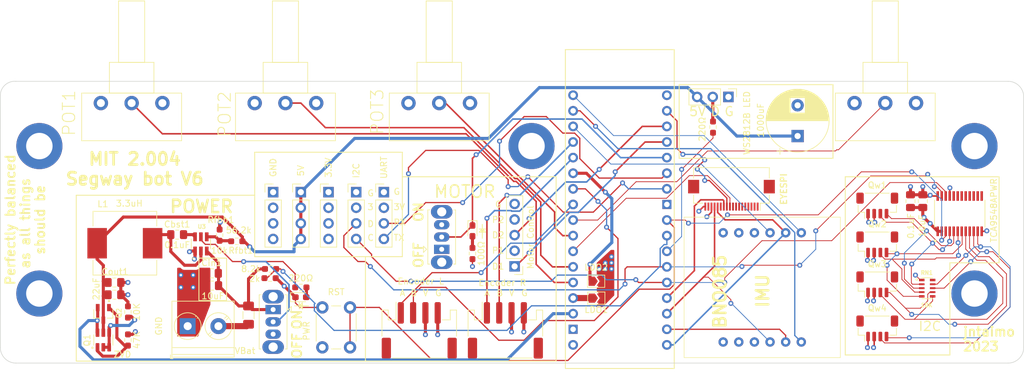
<source format=kicad_pcb>
(kicad_pcb (version 20221018) (generator pcbnew)
  (title_block (title "Segway Bot V6") (date "2023-07-27") (rev "V1") (company "MIT"))
  (layers (0 "F.Cu" signal) (1 "In1.Cu" power) (2 "In2.Cu" power) (31 "B.Cu" signal) (34 "B.Paste" user) (35 "F.Paste" user) (36 "B.SilkS" user "B.Silkscreen") (37 "F.SilkS" user "F.Silkscreen") (38 "B.Mask" user) (39 "F.Mask" user) (44 "Edge.Cuts" user))
  (net 0 "")
  (net 1 "+3.3V")
  (net 3 "GND")
  (net 4 "/SCK")
  (net 5 "/MISO")
  (net 6 "/IMU_INT")
  (net 8 "/IMU_RST")
  (net 9 "/MOSI")
  (net 10 "/IMU_CS")
  (net 11 "Net-(U3-SW)")
  (net 12 "Net-(U3-VBST)")
  (net 13 "/VBAT")
  (net 14 "/BUCK_5V")
  (net 15 "/MOTOR_EN")
  (net 16 "Net-(D1-A)")
  (net 17 "Net-(D2-A)")
  (net 18 "/HALL_L_A")
  (net 19 "/HALL_L_B")
  (net 20 "/HALL_R_A")
  (net 21 "/HALL_R_B")
  (net 22 "Net-(J2-Pin_2)")
  (net 23 "/SCL")
  (net 24 "/SDA")
  (net 25 "/TX")
  (net 26 "/RX")
  (net 27 "/DIR1")
  (net 28 "/DIR2")
  (net 29 "/A0")
  (net 30 "/A1")
  (net 31 "/A3")
  (net 32 "/A4")
  (net 33 "Net-(Q1-Pad1)")
  (net 34 "Net-(Q1-Pad2)")
  (net 35 "+5V")
  (net 36 "/SD0")
  (net 37 "/SC0")
  (net 38 "/SD1")
  (net 39 "/SC1")
  (net 40 "/SD2")
  (net 41 "/SC2")
  (net 42 "/SD3")
  (net 43 "/SC3")
  (net 44 "Net-(U3-VFB)")
  (net 45 "/WS2812")
  (net 46 "/PWR_EN")
  (net 47 "/RST")
  (net 49 "/TFT_CS")
  (net 50 "/BAT_READING")
  (net 51 "/TFT_D{slash}C")
  (net 72 "Net-(J9-Pin_2)")
  (net 74 "/TFT_RST")
  (net 75 "/LD01")
  (net 76 "/LDO2")
  (footprint "MountingHole:MountingHole_4.3mm_M4_DIN965_Pad" (layer "F.Cu") (at 80 112)
    (fp_text reference "REF**" hide)
    (fp_text value "MountingHole_4.3mm_M4_DIN965_Pad" hide)
  )
  (footprint "LED_SMD:LED_0603_1608Metric_Pad1.05x0.95mm_HandSolder" (layer "F.Cu") (at 150.4 125.8 -90)
    (fp_text reference "D1" hide)
    (fp_text value "MOTOR_LED" hide)
  )
  (footprint "Capacitor_SMD:C_0805_2012Metric_Pad1.18x1.45mm_HandSolder" (layer "F.Cu") (at 92.2 136.2)
    (fp_text reference "Cout2" hide)
    (fp_text value "22uF")
  )
  (footprint "Capacitor_SMD:C_0805_2012Metric_Pad1.18x1.45mm_HandSolder" (layer "F.Cu") (at 223.6 120.9625 -90)
    (fp_text reference "C_i2C1" hide)
    (fp_text value "10uF")
  )
  (footprint "Resistor_SMD:R_0603_1608Metric_Pad0.98x0.95mm_HandSolder" (layer "F.Cu") (at 189.5 108.9125 90)
    (fp_text reference "R_LED1" hide)
    (fp_text value "220Ω")
  )
  (footprint "Connector_JST:JST_SH_BM04B-SRSS-TB_1x04-1MP_P1.00mm_Vertical" (layer "F.Cu") (at 216.2 141.675)
    (fp_text reference "Qw4")
    (fp_text value "Qwiic")
  )
  (footprint "Jumper:SolderJumper-2_P1.3mm_Open_TrianglePad1.0x1.5mm" (layer "F.Cu") (at 170.5 134)
    (fp_text reference "JP2" hide)
    (fp_text value "LDO2")
  )
  (footprint "Capacitor_SMD:C_0805_2012Metric_Pad1.18x1.45mm_HandSolder" (layer "F.Cu") (at 108.05 132.7125 180)
    (fp_text reference "Cin2" hide)
    (fp_text value "10uF")
  )
  (footprint "Adafruit:Pot_breadboard" (layer "F.Cu") (at 150 105 90)
    (fp_text reference "POT3")
    (fp_text value "10K")
  )
  (footprint "Adafruit:Pot_breadboard" (layer "F.Cu") (at 125 105 90)
    (fp_text reference "POT2")
    (fp_text value "10K")
  )
  (footprint "Connector_JST:JST_PH_S4B-PH-SM4-TB_1x04-1MP_P2.00mm_Horizontal" (layer "F.Cu") (at 155.75 142)
    (fp_text reference "E2" hide)
    (fp_text value "Encoder R")
  )
  (footprint "Resistor_SMD:R_0603_1608Metric_Pad0.98x0.95mm_HandSolder" (layer "F.Cu") (at 94.4 143.5625 90)
    (fp_text reference "R_ZVD_2" hide)
    (fp_text value "47K")
  )
  (footprint "TerminalBlock_Phoenix:TerminalBlock_Phoenix_PT-1,5-2-5.0-H_1x02_P5.00mm_Horizontal" (layer "F.Cu") (at 104.107502 141.3075)
    (fp_text reference "J9" hide)
    (fp_text value "Power Input" hide)
  )
  (footprint "Connector_JST:JST_SH_BM04B-SRSS-TB_1x04-1MP_P1.00mm_Vertical" (layer "F.Cu") (at 216.2 128)
    (fp_text reference "Qw2")
    (fp_text value "Qwiic")
  )
  (footprint "Connector_PinHeader_2.54mm:PinHeader_1x04_P2.54mm_Vertical" (layer "F.Cu") (at 122.5 119.5)
    (fp_text reference "J5" hide)
    (fp_text value "5V")
  )
  (footprint "Button_Switch_THT:SW_PUSH_6mm" (layer "F.Cu") (at 130.5 138.2625 -90)
    (fp_text reference "RST")
    (fp_text value "Reset SW" hide)
  )
  (footprint "Connector_PinHeader_2.54mm:PinHeader_1x04_P2.54mm_Vertical" (layer "F.Cu") (at 131.5 119.5)
    (fp_text reference "J6" hide)
    (fp_text value "I2C")
  )
  (footprint "footprints:ProS3_TH" (layer "F.Cu") (at 174.36 124.04 180)
    (fp_text reference "U1" hide)
    (fp_text value "ProS3")
  )
  (footprint "MountingHole:MountingHole_4.3mm_M4_DIN965_Pad" (layer "F.Cu") (at 160 112)
    (fp_text reference "REF**" hide)
    (fp_text value "MountingHole_4.3mm_M4_DIN965_Pad" hide)
  )
  (footprint "Connector_PinHeader_2.54mm:PinHeader_1x03_P2.54mm_Vertical" (layer "F.Cu") (at 192 104 -90)
    (fp_text reference locked "J2" hide)
    (fp_text value "WS2812B LED")
  )
  (footprint "Adafruit:Pot_breadboard" (layer "F.Cu") (at 222.5 105 90)
    (fp_text reference "POT4" hide)
    (fp_text value "10K")
  )
  (footprint "Resistor_SMD:R_0603_1608Metric_Pad0.98x0.95mm_HandSolder" (layer "F.Cu") (at 112.0875 127.5 180)
    (fp_text reference "Rfbt1")
    (fp_text value "56.2k")
  )
  (footprint "2.004:SOT95P280X110-6N" (layer "F.Cu") (at 106.257502 127.925 90)
    (fp_text reference "U3")
    (fp_text value "TPS564208DDCT" hide)
  )
  (footprint "LED_SMD:LED_0603_1608Metric_Pad1.05x0.95mm_HandSolder" (layer "F.Cu") (at 122.5 136.6)
    (fp_text reference "D2" hide)
    (fp_text value "Power LED" hide)
  )
  (footprint "MountingHole:MountingHole_4.3mm_M4_DIN965_Pad" (layer "F.Cu") (at 232 112)
    (fp_text reference "REF**" hide)
    (fp_text value "MountingHole_4.3mm_M4_DIN965_Pad" hide)
  )
  (footprint "Resistor_SMD:R_0603_1608Metric_Pad0.98x0.95mm_HandSolder" (layer "F.Cu") (at 117.5 133.5)
    (fp_text reference "RBAT2" hide)
    (fp_text value "2k")
  )
  (footprint "Connector_PinHeader_2.54mm:PinHeader_1x05_P2.54mm_Vertical" (layer "F.Cu") (at 157.25 131.575 180)
    (fp_text reference "J8" hide)
    (fp_text value "Motor Control")
  )
  (footprint "Connector_PinHeader_2.54mm:PinHeader_1x04_P2.54mm_Vertical" (layer "F.Cu") (at 136 119.5)
    (fp_text reference "J7" hide)
    (fp_text value "UART")
  )
  (footprint "Fuse:Fuse_1206_3216Metric_Pad1.42x1.75mm_HandSolder" (layer "F.Cu") (at 114 139.5125 -90)
    (fp_text reference "F1" hide)
    (fp_text value "2A")
  )
  (footprint "footprints:SOT95P285X140-6N" (layer "F.Cu") (at 90.4 143.5625 90)
    (fp_text reference "Q1")
    (fp_text value "DMMT5401-7-F" hide)
  )
  (footprint "Connector_JST:JST_SH_BM04B-SRSS-TB_1x04-1MP_P1.00mm_Vertical" (layer "F.Cu") (at 216.2 134.5)
    (fp_text reference "Qw3")
    (fp_text value "Qwiic")
  )
  (footprint "Resistor_SMD:R_0603_1608Metric_Pad0.98x0.95mm_HandSolder" (layer "F.Cu") (at 122.5 135 180)
    (fp_text reference "R_PWR1" hide)
    (fp_text value "220Ω")
  )
  (footprint "Capacitor_SMD:C_0805_2012Metric_Pad1.18x1.45mm_HandSolder" (layer "F.Cu") (at 108.0875 134.7125 180)
    (fp_text reference "Cin1")
    (fp_text value "10uF" hide)
  )
  (footprint "Connector_PinHeader_2.54mm:PinHeader_1x04_P2.54mm_Vertical" (layer "F.Cu") (at 127 119.5)
    (fp_text reference "J3" hide)
    (fp_text value "3.3V")
  )
  (footprint "MountingHole:MountingHole_4.3mm_M4_DIN965_Pad" (layer "F.Cu") (at 80 136)
    (fp_text reference "REF**" hide)
    (fp_text value "MountingHole_4.3mm_M4_DIN965_Pad" hide)
  )
  (footprint "Resistor_SMD:R_0603_1608Metric_Pad0.98x0.95mm_HandSolder" (layer "F.Cu") (at 109.3 126.5 90)
    (fp_text reference "Rfbb1")
    (fp_text value "10k")
  )
  (footprint "Jumper:SolderJumper-2_P1.3mm_Open_TrianglePad1.0x1.5mm" (layer "F.Cu") (at 170.525 136.75)
    (fp_text reference "JP1" hide)
    (fp_text value "LDO1")
  )
  (footprint "Capacitor_SMD:C_0805_2012Metric_Pad1.18x1.45mm_HandSolder" (layer "F.Cu") (at 102.4 126.4125)
    (fp_text reference "Cbst1")
    (fp_text value "0.1uF")
  )
  (footprint "Adafruit:Adafruit_BNO085" (layer "F.Cu") (at 186.07 133.73 90)
    (fp_text reference "A1" hide)
    (fp_text value "BNO085")
  )
  (footprint "Resistor_SMD:R_0603_1608Metric_Pad0.98x0.95mm_HandSolder" (layer "F.Cu") (at 150.4 129.4875 90)
    (fp_text reference "R_MOTOR1" hide)
    (fp_text value "100Ω")
  )
  (footprint "Resistor_SMD:Resistor Network 8X 10N" (layer "F.Cu") (at 224.315 135.13)
    (fp_text reference "RN1")
    (fp_text value "10K")
  )
  (footprint "Connector_JST:JST_PH_S4B-PH-SM4-TB_1x04-1MP_P2.00mm_Horizontal" (layer "F.Cu") (at 141.75 142)
    (fp_text reference "E1" hide)
    (fp_text value "Encoder L")
  )
  (footprint "Capacitor_SMD:C_0805_2012Metric_Pad1.18x1.45mm_HandSolder" (layer "F.Cu") (at 221.6 120.9625 -90)
    (fp_text reference "C_i2C2" hide)
    (fp_text value "0.1uF")
  )
  (footprint "Inductor_SMD:L_Vishay_IHLP-4040" (layer "F.Cu") (at 93.9 127.8125 180)
    (fp_text reference "L1")
    (fp_text value "3.3uH")
  )
  (footprint "Connector_PinHeader_2.54mm:PinHeader_1x04_P2.54mm_Vertical" (layer "F.Cu") (at 118 119.5)
    (fp_text reference "J4" hide)
    (fp_text value "GND")
  )
  (footprint "Capacitor_SMD:C_0805_2012Metric_Pad1.18x1.45mm_HandSolder" (layer "F.Cu") (at 92.2 134.2)
    (fp_text reference "Cout1")
    (fp_text value "22uF")
  )
  (footprint "Resistor_SMD:R_0603_1608Metric_Pad0.98x0.95mm_HandSolder" (layer "F.Cu") (at 117.5875 132)
    (fp_text reference "RBAT1" hide)
    (fp_text value "8.2k")
  )
  (footprint "Button_Switch_THT:SW_Slide_1P2T_CK_OS102011MS2Q" (layer "F.Cu") (at 118 138.6125 -90)
    (fp_text reference "S1" hide)
    (fp_text value "Power SW")
  )
  (footprint "Button_Switch_THT:SW_Slide_1P2T_CK_OS102011MS2Q" (layer "F.Cu") (at 145.4 128.8 90)
    (fp_text reference "MOTOR_SW1" hide)
    (fp_text value "SW2" hide)
  )
  (footprint "2.004:SOP65P640X120-24N" (layer "F.Cu") (at 229.6 123 90)
    (fp_text reference "U2" hide)
    (fp_text value "TCA9548APWR")
  )
  (footprint "Connector_JST:JST_SH_BM04B-SRSS-TB_1x04-1MP_P1.00mm_Vertical" (layer "F.Cu") (at 216.2 121.675)
    (fp_text reference "Qw1")
    (fp_text value "Qwiic")
  )
  (footprint "Adafruit:Pot_breadboard" (layer "F.Cu") (at 100 105 90)
    (fp_text reference "POT1")
    (fp_text value "10K")
  )
  (footprint "Resistor_SMD:R_0603_1608Metric_Pad0.98x0.95mm_HandSolder" (layer "F.Cu") (at 94.4 139 90)
    (fp_text reference "R_ZVD_1" hide)
    (fp_text value "10K")
  )
  (footprint "MountingHole:MountingHole_4.3mm_M4_DIN965_Pad" (layer "F.Cu") (at 232 136)
    (fp_text reference "REF**" hide)
    (fp_text value "MountingHole_4.3mm_M4_DIN965_Pad" hide)
  )
  (footprint "Connector_FFC-FPC:Hirose_FH12-18S-0.5SH_1x18-1MP_P0.50mm_Horizontal" (layer "F.Cu") (at 192.5 120 180)
    (fp_text reference "U4" hide)
    (fp_text value "EYESPI")
  )
  (footprint "Capacitor_THT:CP_Radial_D10.0mm_P5.00mm" (layer "F.Cu") (at 203.25 110.367677 90)
    (fp_text reference "C_LED1" hide)
    (fp_text value "1000uF")
  )
  (footprint "footprints:SOT91P240X110-3N" (layer "F.Cu") (at 90.4 139.3125 -90)
    (fp_text reference "Q2")
    (fp_text value "DMG2305UX-13")
  )
  (gr_rect (start 165.5 96.3) (end 183.2 148.2) (stroke (width 0.15)) (fill none) (layer "F.SilkS"))
  (gr_line (start 122.25 138.5) (end 122.25 137.5) (stroke (width 0.15)) (layer "F.SilkS"))
  (gr_line (start 133 130) (end 133 147) (stroke (width 0.15)) (layer "F.SilkS"))
  (gr_line (start 211 117) (end 236 117) (stroke (width 0.15)) (layer "F.SilkS"))
  (gr_line (start 152 124.75) (end 152 127) (stroke (width 0.15)) (layer "F.SilkS"))
  (gr_line (start 236 131) (end 228 131) (stroke (width 0.15)) (layer "F.SilkS"))
  (gr_line (start 228 131) (end 228 146) (stroke (width 0.15)) (layer "F.SilkS"))
  (gr_line (start 115 113) (end 139 113) (stroke (width 0.15)) (layer "F.SilkS"))
  (gr_line (start 184 114) (end 209 114) (stroke (width 0.15)) (layer "F.SilkS"))
  (gr_line (start 115 130) (end 132 130) (stroke (width 0.15)) (layer "F.SilkS"))
  (gr_line (start 164 117) (end 164 147) (stroke (width 0.15)) (layer "F.SilkS"))
  (gr_line (start 139 113) (end 139 130) (stroke (width 0.15)) (layer "F.SilkS"))
  (gr_line (start 86 147) (end 86 120) (stroke (width 0.15)) (layer "F.SilkS"))
  (gr_line (start 139 117) (end 164 117) (stroke (width 0.15)) (layer "F.SilkS"))
  (gr_line (start 132 130) (end 133 130) (stroke (width 0.15)) (layer "F.SilkS"))
  (gr_line (start 228 146) (end 211 146) (stroke (width 0.15)) (layer "F.SilkS"))
  (gr_line (start 209 102) (end 184 102) (stroke (width 0.15)) (layer "F.SilkS"))
  (gr_poly (pts (xy 122.75 138.5) (xy 122.25 138) (xy 122.75 137.5)) (stroke (width 0.15)) (fill solid) (layer "F.SilkS"))
  (gr_line (start 164 147) (end 133 147) (stroke (width 0.15)) (layer "F.SilkS"))
  (gr_line (start 121.5 138) (end 123.75 138) (stroke (width 0.15)) (layer "F.SilkS"))
  (gr_line (start 184 102) (end 184 114) (stroke (width 0.15)) (layer "F.SilkS"))
  (gr_line (start 115 120) (end 115 113) (stroke (width 0.15)) (layer "F.SilkS"))
  (gr_line (start 133 147) (end 86 147) (stroke (width 0.15)) (layer "F.SilkS"))
  (gr_line (start 236 117) (end 236 131) (stroke (width 0.15)) (layer "F.SilkS"))
  (gr_line (start 115 120) (end 115 130) (stroke (width 0.15)) (layer "F.SilkS"))
  (gr_poly (pts (xy 151.5 126) (xy 152 125.5) (xy 152.5 126)) (stroke (width 0.15)) (fill solid) (layer "F.SilkS"))
  (gr_line (start 151.5 125.5) (end 152.5 125.5) (stroke (width 0.15)) (layer "F.SilkS"))
  (gr_line (start 139 130) (end 133 130) (stroke (width 0.15)) (layer "F.SilkS"))
  (gr_line (start 86 120) (end 115 120) (stroke (width 0.15)) (layer "F.SilkS"))
  (gr_line (start 209 114) (end 209 102) (stroke (width 0.15)) (layer "F.SilkS"))
  (gr_line (start 211 146) (end 211 117) (stroke (width 0.15)) (layer "F.SilkS"))
  (gr_rect (start 105.9325 130.2375) (end 110.4325 137.1375) (stroke (width 0.15)) (fill none) (layer "F.SilkS"))
  (gr_line (start 73.66 144.78) (end 73.652769 103.796051) (stroke (width 0.1)) (layer "Edge.Cuts"))
  (gr_arc (start 237.46 101.46) (mid 239.256051 102.203949) (end 240 104) (stroke (width 0.1)) (layer "Edge.Cuts"))
  (gr_line (start 76.18 101.46) (end 237.46 101.46) (stroke (width 0.1)) (layer "Edge.Cuts"))
  (gr_arc (start 240 144.78) (mid 239.256051 146.576051) (end 237.46 147.32) (stroke (width 0.1)) (layer "Edge.Cuts"))
  (gr_arc (start 73.652769 103.796051) (mid 74.405465 102.075293) (end 76.18 101.46) (stroke (width 0.1)) (layer "Edge.Cuts"))
  (gr_line (start 240 104) (end 240 144.78) (stroke (width 0.1)) (layer "Edge.Cuts"))
  (gr_arc (start 76.2 147.32) (mid 74.403949 146.576051) (end 73.66 144.78) (stroke (width 0.1)) (layer "Edge.Cuts"))
  (gr_line (start 237.46 147.32) (end 76.2 147.32) (stroke (width 0.1)) (layer "Edge.Cuts"))
  (gr_text "MIT 2.004\nSegway bot V6" (at 95.5 118.5) (layer "F.SilkS") (effects (font (size 2 2) (thickness 0.4375)) (justify bottom)))
  (gr_text "G" (at 133.25 120.25) (layer "F.SilkS") (effects (font (size 1 1)) (justify left bottom)))
  (gr_text "TX" (at 137.5 127.5) (layer "F.SilkS") (effects (font (size 1 1)) (justify left bottom)))
  (gr_text "D" (at 189 107.25) (layer "F.SilkS") (effects (font (size 1.5 1.5) (thickness 0.1875)) (justify left bottom)))
  (gr_text "D" (at 133.25 125.25) (layer "F.SilkS") (effects (font (size 1 1)) (justify left bottom)))
  (gr_text "MOTOR" (at 144 120.575) (layer "F.SilkS") (effects (font (size 2 2) (thickness 0.25)) (justify left bottom)))
  (gr_text "A" (at 138.5 136.5) (layer "F.SilkS") (effects (font (size 1 1)) (justify left bottom)))
  (gr_text "OFF\n" (at 142.5 132 90) (layer "F.SilkS") (effects (font (size 1.5 1.5) (thickness 0.3) bold) (justify left bottom)))
  (gr_text "VBat\n" (at 111.667502 145.9075) (layer "F.SilkS") (effects (font (size 1 1)) (justify left bottom)))
  (gr_text "G" (at 154 122.075) (layer "F.SilkS") (effects (font (size 1 1)) (justify left bottom)))
  (gr_text "G" (at 191.25 107.25) (layer "F.SilkS") (effects (font (size 1.5 1.5) (thickness 0.1875)) (justify left bottom)))
  (gr_text "GND" (at 100 142.9125 90) (layer "F.SilkS") (effects (font (size 1 1)) (justify left bottom)))
  (gr_text "P2" (at 153.5 124.575) (layer "F.SilkS") (effects (font (size 1 1)) (justify left bottom)))
  (gr_text "V" (at 142.25 136.5) (layer "F.SilkS") (effects (font (size 1 1)) (justify left bottom)))
  (gr_text "A" (at 152.25 136.5) (layer "F.SilkS") (effects (font (size 1 1)) (justify left bottom)))
  (gr_text "3V" (at 137.5 122.5) (layer "F.SilkS") (effects (font (size 1 1)) (justify left bottom)))
  (gr_text "V" (at 156.25 136.5) (layer "F.SilkS") (effects (font (size 1 1)) (justify left bottom)))
  (gr_text "B" (at 154.25 136.5) (layer "F.SilkS") (effects (font (size 1 1)) (justify left bottom)))
  (gr_text "POWER" (at 101 123) (layer "F.SilkS") (effects (font (size 2 2) (thickness 0.4) bold) (justify left bottom)))
  (gr_text "Perfectly balanced\nas all things \nshould be" (at 81 124 90) (layer "F.SilkS") (effects (font (size 1.5 1.5) (thickness 0.3) bold) (justify bottom)))
  (gr_text "jntaimo\n2023\n" (at 230 145.5) (layer "F.SilkS") (effects (font (size 1.5 1.5) (thickness 0.3) bold) (justify left bottom)))
  (gr_text "G" (at 137.5 120) (layer "F.SilkS") (effects (font (size 1 1)) (justify left bottom)))
  (gr_text "IMU" (at 198.75 138.5 90) (layer "F.SilkS") (effects (font (size 2 2) (thickness 0.4) bold) (justify left bottom)))
  (gr_text "G" (at 144.25 136.5) (layer "F.SilkS") (effects (font (size 1 1)) (justify left bottom)))
  (gr_text "D1" (at 153.5 132.175) (layer "F.SilkS") (effects (font (size 1 1)) (justify left bottom)))
  (gr_text "P1" (at 153.5 129.575) (layer "F.SilkS") (effects (font (size 1 1)) (justify left bottom)))
  (gr_text "G" (at 158.25 136.5) (layer "F.SilkS") (effects (font (size 1 1)) (justify left bottom)))
  (gr_text "ZVD" (at 92 146.5) (layer "F.SilkS") (effects (font (size 1 1)) (justify left bottom)))
  (gr_text "OFF\n" (at 122.75 144.5 90) (layer "F.SilkS") (effects (font (size 1.5 1.5) (thickness 0.3) bold) (justify bottom)))
  (gr_text "I2C " (at 222.8 142.2) (layer "F.SilkS") (effects (font (size 1.5 1.5) (thickness 0.1875)) (justify left bottom)))
  (gr_text "ON" (at 142.5 124.5 90) (layer "F.SilkS") (effects (font (size 1.5 1.5) (thickness 0.3) bold) (justify left bottom)))
  (gr_text "RX" (at 137.5 125) (layer "F.SilkS") (effects (font (size 1 1)) (justify left bottom)))
  (gr_text "D2" (at 153.5 127.075) (layer "F.SilkS") (effects (font (size 1 1)) (justify left bottom)))
  (gr_text "3" (at 133.25 122.5) (layer "F.SilkS") (effects (font (size 1 1)) (justify left bottom)))
  (gr_text "C" (at 133.25 127.5) (layer "F.SilkS") (effects (font (size 1 1)) (justify left bottom)))
  (gr_text "PWR" (at 124 143.75 90) (layer "F.SilkS") (effects (font (size 1 1)) (justify left bottom)))
  (gr_text "B" (at 140.25 136.5) (layer "F.SilkS") (effects (font (size 1 1)) (justify left bottom)))
  (gr_text "5V" (at 185.5 107.25) (layer "F.SilkS") (effects (font (size 1.5 1.5) (thickness 0.1875)) (justify left bottom)))
  (gr_text "ON\n" (at 122.75 142 90) (layer "F.SilkS") (effects (font (size 1.5 1.5) (thickness 0.3) bold) (justify left bottom)))
  (segment (start 224.67 120.13) (end 223.805 120.13) (width 0.5) (layer "F.Cu") (net 1))
  (segment (start 215.7 143) (end 215.7 144.7) (width 0.25) (layer "F.Cu") (net 1))
  (segment (start 215.7 124.3) (end 215.8 124.4) (width 0.2) (layer "F.Cu") (net 1))
  (segment (start 223.805 120.13) (end 223.6 119.925) (width 0.5) (layer "F.Cu") (net 1))
  (segment (start 150.4 130.4) (end 150.4 131.6) (width 0.2) (layer "F.Cu") (net 1))
  (segment (start 224.93 120.13) (end 224.8 120) (width 0.25) (layer "F.Cu") (net 1))
  (segment (start 156.75 139.15) (end 156.75 142.25) (width 0.5) (layer "F.Cu") (net 1))
  (segment (start 215.7 123) (end 215.7 124.3) (width 0.2) (layer "F.Cu") (net 1))
  (segment (start 215.7 130.5) (end 215.6 130.6) (width 0.25) (layer "F.Cu") (net 1))
  (segment (start 215.7 144.7) (end 215.6 144.8) (width 0.25) (layer "F.Cu") (net 1))
  (segment (start 188.25 121.85) (end 187.95 121.85) (width 0.25) (layer "F.Cu") (net 1))
  (segment (start 223.43 133.8) (end 223.2 133.8) (width 0.127) (layer "F.Cu") (net 1))
  (segment (start 223.2 133.8) (end 222.4 133) (width 0.127) (layer "F.Cu") (net 1))
  (segment (start 221.6 119.925) (end 221.6 118.6) (width 0.5) (layer "F.Cu") (net 1))
  (segment (start 226.025 120.13) (end 224.93 120.13) (width 0.25) (layer "F.Cu") (net 1))
  (segment (start 224.8 120) (end 224.67 120.13) (width 0.5) (layer "F.Cu") (net 1))
  (segment (start 187.95 121.85) (end 187.2 122.6) (width 0.25) (layer "F.Cu") (net 1))
  (segment (start 215.7 137.1) (end 215.6 137.2) (width 0.25) (layer "F.Cu") (net 1))
  (segment (start 215.7 129.325) (end 215.7 130.5) (width 0.25) (layer "F.Cu") (net 1))
  (segment (start 223.6 119.925) (end 223.6 118.6) (width 0.5) (layer "F.Cu") (net 1))
  (segment (start 215.7 135.825) (end 215.7 137.1) (width 0.25) (layer "F.Cu") (net 1))
  (segment (start 142.75 139.15) (end 142.75 142.6995) (width 0.5) (layer "F.Cu") (net 1))
  (segment (start 221.6 119.925) (end 223.6 119.925) (width 0.5) (layer "F.Cu") (net 1))
  (via (at 172 131) (size 0.8) (drill 0.4) (layers "F.Cu" "B.Cu") (net 1))
  (via (at 173 130) (size 0.8) (drill 0.4) (layers "F.Cu" "B.Cu") (net 1))
  (via (at 142.75 142.6995) (size 0.8) (drill 0.4) (layers "F.Cu" "B.Cu") (net 1))
  (via (at 172 132) (size 0.8) (drill 0.4) (layers "F.Cu" "B.Cu") (net 1))
  (via (at 171 132) (size 0.8) (drill 0.4) (layers "F.Cu" "B.Cu") (net 1))
  (via (at 150.4 131.6) (size 0.8) (drill 0.4) (layers "F.Cu" "B.Cu") (net 1))
  (via (at 173 132) (size 0.8) (drill 0.4) (layers "F.Cu" "B.Cu") (net 1))
  (via (at 222.4 133) (size 0.8) (drill 0.4) (layers "F.Cu" "B.Cu") (net 1))
  (via (at 187.2 122.6) (size 0.8) (drill 0.4) (layers "F.Cu" "B.Cu") (net 1))
  (via (at 215.6 137.2) (size 0.8) (drill 0.4) (layers "F.Cu" "B.Cu") (net 1))
  (via (at 215.8 124.4) (size 0.8) (drill 0.4) (layers "F.Cu" "B.Cu") (net 1))
  (via (at 221.6 118.6) (size 0.8) (drill 0.4) (layers "F.Cu" "B.Cu") (net 1))
  (via (at 223.6 118.6) (size 0.8) (drill 0.4) (layers "F.Cu" "B.Cu") (net 1))
  (via (at 224.8 120) (size 0.8) (drill 0.4) (layers "F.Cu" "B.Cu") (net 1))
  (via (at 156.75 142.25) (size 0.8) (drill 0.4) (layers "F.Cu" "B.Cu") (net 1))
  (via (at 215.6 130.6) (size 0.8) (drill 0.4) (layers "F.Cu" "B.Cu") (net 1))
  (via (at 215.6 144.8) (size 0.8) (drill 0.4) (layers "F.Cu" "B.Cu") (net 1))
  (via (at 173 131) (size 0.8) (drill 0.4) (layers "F.Cu" "B.Cu") (net 1))
  (segment (start 233.93 125.87) (end 234 125.8) (width 0.25) (layer "F.Cu") (net 3))
  (segment (start 227.975 118.825) (end 228 118.8) (width 0.25) (layer "F.Cu") (net 3))
  (segment (start 224.8 124.6) (end 224.8 124.645) (width 0.5) (layer "F.Cu") (net 3))
  (segment (start 223.8 123.645) (end 224.755 124.6) (width 0.5) (layer "F.Cu") (net 3))
  (segment (start 121.625 136.6) (end 121.625 137.525) (width 0.2) (layer "F.Cu") (net 3))
  (segment (start 214.7 144.7) (end 214.6 144.8) (width 0.25) (layer "F.Cu") (net 3))
  (segment (start 119.825 134.8) (end 121.625 136.6) (width 0.5) (layer "F.Cu") (net 3))
  (segment (start 214.7 129.325) (end 214.7 130.5) (width 0.25) (layer "F.Cu") (net 3))
  (segment (start 105.307502 129.08) (end 104.52 129.08) (width 0.5) (layer "F.Cu") (net 3))
  (segment (start 118.525 133.5) (end 119.8 134.775) (width 0.5) (layer "F.Cu") (net 3))
  (segment (start 119.8 134.775) (end 119.8 134.8) (width 0.5) (layer "F.Cu") (net 3))
  (segment (start 233.175 125.87) (end 233.93 125.87) (width 0.25) (layer "F.Cu") (net 3))
  (segment (start 158.75 139.15) (end 158.75 142.25) (width 0.5) (layer "F.Cu") (net 3))
  (segment (start 214.7 123) (end 214.7 124.3) (width 0.25) (layer "F.Cu") (net 3))
  (segment (start 223.6 122) (end 221.6 122) (width 0.5) (layer "F.Cu") (net 3))
  (segment (start 214.7 130.5) (end 214.6 130.6) (width 0.25) (layer "F.Cu") (net 3))
  (segment (start 109.3 125.5875) (end 109.3 124.5) (width 0.5) (layer "F.Cu") (net 3))
  (segment (start 94.4 142.65) (end 95.15 142.65) (width 0.5) (layer "F.Cu") (net 3))
  (segment (start 94.4 137.9) (end 94.4 137.3625) (width 0.5) (layer "F.Cu") (net 3))
  (segment (start 95.15 142.65) (end 95.6 142.2) (width 0.5) (layer "F.Cu") (net 3))
  (segment (start 224.755 124.6) (end 224.8 124.6) (width 0.5) (layer "F.Cu") (net 3))
  (segment (start 223.6 123.445) (end 223.755 123.6) (width 0.5) (layer "F.Cu") (net 3))
  (segment (start 106.9625 134.8) (end 107.05 134.7125) (width 0.5) (layer "F.Cu") (net 3))
  (segment (start 144.75 139.15) (end 144.75 142.6995) (width 0.5) (layer "F.Cu") (net 3))
  (segment (start 226.025 125.87) (end 226.67 125.87) (width 0.5) (layer "F.Cu") (net 3))
  (segment (start 223.6 122) (end 223.6 123.445) (width 0.5) (layer "F.Cu") (net 3))
  (segment (start 188.5 123.5) (end 189.25 122.75) (width 0.25) (layer "F.Cu") (net 3))
  (segment (start 122.3375 138.2625) (end 126 138.2625) (width 0.2) (layer "F.Cu") (net 3))
  (segment (start 223.8 123.6) (end 223.8 123.645) (width 0.5) (layer "F.Cu") (net 3))
  (segment (start 214.7 137.1) (end 214.6 137.2) (width 0.25) (layer "F.Cu") (net 3))
  (segment (start 105.307502 130.292498) (end 105.2 130.4) (width 0.5) (layer "F.Cu") (net 3))
  (segment (start 227.975 120.13) (end 227.975 118.825) (width 0.25) (layer "F.Cu") (net 3))
  (segment (start 94.4 137.3625) (end 93.2375 136.2) (width 0.5) (layer "F.Cu") (net 3))
  (segment (start 214.7 135.825) (end 214.7 137.1) (width 0.25) (layer "F.Cu") (net 3))
  (segment (start 121.625 137.525) (end 122.3375 138.2375) (width 0.2) (layer "F.Cu") (net 3))
  (segment (start 118.4125 133.5) (end 118.525 133.5) (width 0.5) (layer "F.Cu") (net 3))
  (segment (start 93.2375 136.2) (end 94.4 136.2) (width 0.5) (layer "F.Cu") (net 3))
  (segment (start 105.307502 129.08) (end 105.307502 130.292498) (width 0.5) (layer "F.Cu") (net 3))
  (segment (start 189.25 122.75) (end 189.25 121.85) (width 0.25) (layer "F.Cu") (net 3))
  (segment (start 122.3375 138.2375) (end 122.3375 138.2625) (width 0.127) (layer "F.Cu") (net 3))
  (segment (start 93.2375 136.2) (end 93.2375 134.2) (width 0.5) (layer "F.Cu") (net 3))
  (segment (start 104.52 129.08) (end 104.4 129.2) (width 0.5) (layer "F.Cu") (net 3))
  (segment (start 214.7 124.3) (end 214.8 124.4) (width 0.25) (layer "F.Cu") (net 3))
  (segment (start 223.755 123.6) (end 223.8 123.6) (width 0.5) (layer "F.Cu") (net 3))
  (segment (start 214.7 143) (end 214.7 144.7) (width 0.25) (layer "F.Cu") (net 3))
  (segment (start 109.3 124.5) (end 109.4 124.4) (width 0.5) (layer "F.Cu") (net 3))
  (segment (start 93.2375 134.2) (end 94.4 134.2) (width 0.5) (layer "F.Cu") (net 3))
  (segment (start 119.8 134.8) (end 119.825 134.8) (width 0.5) (layer "F.Cu") (net 3))
  (segment (start 224.8 124.645) (end 226.025 125.87) (width 0.5) (layer "F.Cu") (net 3))
  (via (at 104.4 129.2) (size 0.8) (drill 0.4) (layers "F.Cu" "B.Cu") (net 3))
  (via (at 95.6 142.2) (size 0.8) (drill 0.4) (layers "F.Cu" "B.Cu") (net 3))
  (via (at 223.8 123.6) (size 0.8) (drill 0.4) (layers "F.Cu" "B.Cu") (net 3))
  (via (at 119.8 134.8) (size 0.8) (drill 0.4) (layers "F.Cu" "B.Cu") (net 3))
  (via (at 94.4 136.2) (size 0.8) (drill 0.4) (layers "F.Cu" "B.Cu") (net 3))
  (via (at 109.4 124.4) (size 0.8) (drill 0.4) (layers "F.Cu" "B.Cu") (net 3))
  (via (at 144.75 142.6995) (size 0.8) (drill 0.4) (layers "F.Cu" "B.Cu") (net 3))
  (via (at 228 118.8) (size 0.8) (drill 0.4) (layers "F.Cu" "B.Cu") (net 3))
  (via (at 214.8 124.4) (size 0.8) (drill 0.4) (layers "F.Cu" "B.Cu") (net 3))
  (via (at 105 133) (size 0.8) (drill 0.4) (layers "F.Cu" "B.Cu") (net 3))
  (via (at 158.75 142.25) (size 0.8) (drill 0.4) (layers "F.Cu" "B.Cu") (net 3))
  (via (at 105 135) (size 0.8) (drill 0.4) (layers "F.Cu" "B.Cu") (net 3))
  (via (at 103 135) (size 0.8) (drill 0.4) (layers "F.Cu" "B.Cu") (net 3))
  (via (at 188.5 123.5) (size 0.8) (drill 0.4) (layers "F.Cu" "B.Cu") (net 3))
  (via (at 224.8 124.6) (size 0.8) (drill 0.4) (layers "F.Cu" "B.Cu") (net 3))
  (via (at 105.2 130.4) (size 0.8) (drill 0.4) (layers "F.Cu" "B.Cu") (net 3))
  (via (at 234 125.8) (size 0.8) (drill 0.4) (layers "F.Cu" "B.Cu") (net 3))
  (via (at 214.6 144.8) (size 0.8) (drill 0.4) (layers "F.Cu" "B.Cu") (net 3))
  (via (at 214.6 130.6) (size 0.8) (drill 0.4) (layers "F.Cu" "B.Cu") (net 3))
  (via (at 94.4 134.2) (size 0.8) (drill 0.4) (layers "F.Cu" "B.Cu") (net 3))
  (via (at 103 133) (size 0.8) (drill 0.4) (layers "F.Cu" "B.Cu") (net 3))
  (via (at 214.6 137.2) (size 0.8) (drill 0.4) (layers "F.Cu" "B.Cu") (net 3))
  (segment (start 189.75 121.85) (end 189.75 131.53) (width 0.25) (layer "F.Cu") (net 4))
  (segment (start 192.4 137.6) (end 192.4 137) (width 0.127) (layer "F.Cu") (net 4))
  (segment (start 192.4 137) (end 188.74 133.34) (width 0.127) (layer "F.Cu") (net 4))
  (segment (start 188.74 133.34) (end 187.94 133.34) (width 0.127) (layer "F.Cu") (net 4))
  (segment (start 187.94 133.34) (end 182 139.28) (width 0.25) (layer "F.Cu") (net 4))
  (segment (start 189.75 131.53) (end 187.94 133.34) (width 0.25) (layer "F.Cu") (net 4))
  (via (at 192.4 137.6) (size 0.8) (drill 0.4) (layers "F.Cu" "B.Cu") (net 4))
  (segment (start 192.48 137.6) (end 192.4 137.6) (width 0.127) (layer "B.Cu") (net 4))
  (segment (start 198.77 143.89) (end 192.48 137.6) (width 0.127) (layer "B.Cu") (net 4))
  (segment (start 200.32 141.82) (end 182 141.82) (width 0.2) (layer "F.Cu") (net 5))
  (segment (start 201.31 143.89) (end 201.31 142.81) (width 0.2) (layer "F.Cu") (net 5))
  (segment (start 201.31 142.81) (end 200.32 141.82) (width 0.2) (layer "F.Cu") (net 5))
  (segment (start 167.884598 106.26) (end 170.412299 108.787701) (width 0.2) (layer "F.Cu") (net 6))
  (segment (start 166.76 106.26) (end 167.884598 106.26) (width 0.2) (layer "F.Cu") (net 6))
  (via (at 170.412299 108.787701) (size 0.8) (drill 0.4) (layers "F.Cu" "B.Cu") (net 6))
  (segment (start 174.051998 112.4274) (end 189.129295 112.4274) (width 0.2) (layer "B.Cu") (net 6))
  (segment (start 202.788 142.828) (end 203.85 143.89) (width 0.2) (layer "B.Cu") (net 6))
  (segment (start 189.129295 112.4274) (end 202.788 126.086105) (width 0.2) (layer "B.Cu") (net 6))
  (segment (start 202.788 126.086105) (end 202.788 142.828) (width 0.2) (layer "B.Cu") (net 6))
  (segment (start 170.412299 108.787701) (end 174.051998 112.4274) (width 0.2) (layer "B.Cu") (net 6))
  (segment (start 187.5909 114.9309) (end 172.8909 114.9309) (width 0.127) (layer "B.Cu") (net 8))
  (segment (start 172.8909 114.9309) (end 166.76 108.8) (width 0.127) (layer "B.Cu") (net 8))
  (segment (start 198.77 126.11) (end 187.5909 114.9309) (width 0.127) (layer "B.Cu") (net 8))
  (segment (start 191.45 124) (end 199.2 124) (width 0.25) (layer "F.Cu") (net 9))
  (segment (start 190.25 121.85) (end 190.25 122.8) (width 0.25) (layer "F.Cu") (net 9))
  (segment (start 190.25 122.8) (end 191.45 124) (width 0.25) (layer "F.Cu") (net 9))
  (segment (start 199.2 124) (end 201.31 126.11) (width 0.25) (layer "F.Cu") (net 9))
  (segment (start 201.31 126.11) (end 183.06 144.36) (width 0.25) (layer "B.Cu") (net 9))
  (segment (start 183.06 144.36) (end 182 144.36) (width 0.25) (layer "B.Cu") (net 9))
  (segment (start 203.85 126.11) (end 188.0291 110.2891) (width 0.127) (layer "B.Cu") (net 10))
  (segment (start 188.0291 110.2891) (end 173.3291 110.2891) (width 0.127) (layer "B.Cu") (net 10))
  (segment (start 173.3291 110.2891) (end 166.76 103.72) (width 0.127) (layer "B.Cu") (net 10))
  (segment (start 103.6 131.4) (end 101.3625 129.1625) (width 0.5) (layer "F.Cu") (net 11))
  (segment (start 101.3625 126.4125) (end 99.8075 126.4125) (width 0.5) (layer "F.Cu") (net 11))
  (segment (start 106.257502 129.08) (end 106.257502 130.54458) (width 0.5) (layer "F.Cu") (net 11))
  (segment (start 105.402082 131.4) (end 103.6 131.4) (width 0.5) (layer "F.Cu") (net 11))
  (segment (start 99.8075 126.4125) (end 98.4075 127.8125) (width 0.5) (layer "F.Cu") (net 11))
  (segment (start 101.3625 129.1625) (end 101.3625 126.4125) (width 0.5) (layer "F.Cu") (net 11))
  (segment (start 106.257502 130.54458) (end 105.402082 131.4) (width 0.5) (layer "F.Cu") (net 11))
  (segment (start 104.950002 126.4125) (end 105.307502 126.77) (width 0.5) (layer "F.Cu") (net 12))
  (segment (start 103.4375 126.4125) (end 104.950002 126.4125) (width 0.5) (layer "F.Cu") (net 12))
  (segment (start 109.125 132.75) (end 109.0875 132.7125) (width 0.5) (layer "F.Cu") (net 13))
  (segment (start 109.0875 132.7125) (end 109.0875 130.959998) (width 0.5) (layer "F.Cu") (net 13))
  (segment (start 114 138.025) (end 114.5875 138.6125) (width 0.5) (layer "F.Cu") (net 13))
  (segment (start 109.0875 130.959998) (end 107.207502 129.08) (width 0.5) (layer "F.Cu") (net 13))
  (segment (start 109.125 134.7125) (end 109.125 132.75) (width 0.5) (layer "F.Cu") (net 13))
  (segment (start 115.6 132) (end 116.675 132) (width 0.5) (layer "F.Cu") (net 13))
  (segment (start 114 133.6) (end 115.6 132) (width 0.5) (layer "F.Cu") (net 13))
  (segment (start 114 138.025) (end 112.4375 138.025) (width 0.5) (layer "F.Cu") (net 13))
  (segment (start 114.5875 138.6125) (end 118 138.6125) (width 0.5) (layer "F.Cu") (net 13))
  (segment (start 114 138.025) (end 114 133.6) (width 0.5) (layer "F.Cu") (net 13))
  (segment (start 112.4375 138.025) (end 109.125 134.7125) (width 0.5) (layer "F.Cu") (net 13))
  (segment (start 90.9625 136.4) (end 91.1625 136.2) (width 0.5) (layer "F.Cu") (net 14))
  (segment (start 90.4 140.3375) (end 90.4 142.3775) (width 0.5) (layer "F.Cu") (net 14))
  (segment (start 89.3925 127.8125) (end 89.3925 130.4125) (width 0.5) (layer "F.Cu") (net 14))
  (segment (start 122.5 124.58) (end 122.5 127.12) (width 0.5) (layer "F.Cu") (net 14))
  (segment (start 90.4 136.4) (end 90.9625 136.4) (width 0.5) (layer "F.Cu") (net 14))
  (segment (start 89.3925 130.4125) (end 90.4 131.42) (width 0.5) (layer "F.Cu") (net 14))
  (segment (start 113 126.797918) (end 109.752082 123.55) (width 0.5) (layer "F.Cu") (net 14))
  (segment (start 90.9625 134) (end 91.1625 134.2) (width 0.5) (layer "F.Cu") (net 14))
  (segment (start 90.4 134) (end 90.9625 134) (width 0.5) (layer "F.Cu") (net 14))
  (segment (start 90.4 134) (end 90.4 131.42) (width 0.5) (layer "F.Cu") (net 14))
  (segment (start 122.5 122.04) (end 122.5 124.58) (width 0.5) (layer "F.Cu") (net 14))
  (segment (start 90.4 140.3375) (end 90.4 136.4) (width 0.5) (layer "F.Cu") (net 14))
  (segment (start 113 127.5) (end 113 126.797918) (width 0.5) (layer "F.Cu") (net 14))
  (segment (start 122.5 119.5) (end 122.5 122.04) (width 0.5) (layer "F.Cu") (net 14))
  (segment (start 109.752082 123.55) (end 93.655 123.55) (width 0.5) (layer "F.Cu") (net 14))
  (segment (start 90.4 136.4) (end 90.4 134) (width 0.5) (layer "F.Cu") (net 14))
  (segment (start 113.3 127.5) (end 114.2 128.4) (width 0.5) (layer "F.Cu") (net 14))
  (segment (start 93.655 123.55) (end 89.3925 127.8125) (width 0.5) (layer "F.Cu") (net 14))
  (segment (start 113 127.5) (end 113.3 127.5) (width 0.5) (layer "F.Cu") (net 14))
  (via (at 114.2 128.4) (size 0.8) (drill 0.4) (layers "F.Cu" "B.Cu") (net 14))
  (segment (start 193.367677 110.367677) (end 203.25 110.367677) (width 0.5) (layer "B.Cu") (net 14))
  (segment (start 188.3 105.3) (end 193.367677 110.367677) (width 0.5) (layer "B.Cu") (net 14))
  (segment (start 153 110.75) (end 131.25 110.75) (width 0.5) (layer "B.Cu") (net 14))
  (segment (start 115 129.2) (end 121.4 129.2) (width 0.5) (layer "B.Cu") (net 14))
  (segment (start 121.4 129.2) (end 121.4 128.22) (width 0.5) (layer "B.Cu") (net 14))
  (segment (start 114.2 128.4) (end 115 129.2) (width 0.5) (layer "B.Cu") (net 14))
  (segment (start 131.25 110.75) (end 122.5 119.5) (width 0.5) (layer "B.Cu") (net 14))
  (segment (start 186.92 104) (end 185.4026 102.4826) (width 0.5) (layer "B.Cu") (net 14))
  (segment (start 185.4026 102.4826) (end 161.2674 102.4826) (width 0.5) (layer "B.Cu") (net 14))
  (segment (start 121.4 128.22) (end 122.5 127.12) (width 0.5) (layer "B.Cu") (net 14))
  (segment (start 188.22 105.3) (end 188.3 105.3) (width 0.5) (layer "B.Cu") (net 14))
  (segment (start 161.2674 102.4826) (end 153 110.75) (width 0.5) (layer "B.Cu") (net 14))
  (segment (start 186.92 104) (end 188.22 105.3) (width 0.5) (layer "B.Cu") (net 14))
  (segment (start 145.4 126.8) (end 148.525 126.8) (width 0.25) (layer "F.Cu") (net 15))
  (segment (start 150.4 124.925) (end 150.4 114) (width 0.25) (layer "F.Cu") (net 15))
  (segment (start 150.4 114) (end 151 113.4) (width 0.25) (layer "F.Cu") (net 15))
  (segment (start 148.525 126.8) (end 150.4 124.925) (width 0.25) (layer "F.Cu") (net 15))
  (via (at 151 113.4) (size 0.8) (drill 0.4) (layers "F.Cu" "B.Cu") (net 15))
  (segment (start 151.163172 113.4) (end 156.963172 107.6) (width 0.25) (layer "B.Cu") (net 15))
  (segment (start 168.2 107.6) (end 174.48 113.88) (width 0.25) (layer "B.Cu") (net 15))
  (segment (start 151 113.4) (end 151.163172 113.4) (width 0.25) (layer "B.Cu") (net 15))
  (segment (start 174.48 113.88) (end 182 113.88) (width 0.25) (layer "B.Cu") (net 15))
  (segment (start 156.963172 107.6) (end 168.2 107.6) (width 0.25) (layer "B.Cu") (net 15))
  (segment (start 150.4 128.575) (end 150.4 126.675) (width 0.5) (layer "F.Cu") (net 16))
  (segment (start 123.4125 135) (end 123.4125 136.5625) (width 0.5) (layer "F.Cu") (net 17))
  (segment (start 123.4125 136.5625) (end 123.375 136.6) (width 0.5) (layer "F.Cu") (net 17))
  (segment (start 138.75 137.684316) (end 140.217158 136.217158) (width 0.2) (layer "F.Cu") (net 18))
  (segment (start 140.217158 136.217158) (end 143.834315 132.6) (width 0.2) (layer "F.Cu") (net 18))
  (segment (start 138.75 139.15) (end 138.75 137.684316) (width 0.2) (layer "F.Cu") (net 18))
  (segment (start 143.834315 132.6) (end 151.8 132.6) (width 0.2) (layer "F.Cu") (net 18))
  (via (at 151.8 132.6) (size 0.8) (drill 0.4) (layers "F.Cu" "B.Cu") (net 18))
  (segment (start 156.6 127.8) (end 160.46 127.8) (width 0.2) (layer "B.Cu") (net 18))
  (segment (start 151.8 132.6) (end 156.6 127.8) (width 0.2) (layer "B.Cu") (net 18))
  (segment (start 160.46 127.8) (end 166.76 121.5) (width 0.2) (layer "B.Cu") (net 18))
  (segment (start 162 140.4) (end 170.2 140.4) (width 0.2) (layer "F.Cu") (net 19))
  (segment (start 174.05 136.55) (end 174.05 127.05) (width 0.2) (layer "F.Cu") (net 19))
  (segment (start 170.2 140.4) (end 174.05 136.55) (width 0.2) (layer "F.Cu") (net 19))
  (segment (start 154.672183 143.6) (end 158.8 143.6) (width 0.2) (layer "F.Cu") (net 19))
  (segment (start 140.75 139.15) (end 140.75 138.622183) (width 0.2) (layer "F.Cu") (net 19))
  (segment (start 142 135) (end 146.072183 135) (width 0.2) (layer "F.Cu") (net 19))
  (segment (start 140.8 136.2) (end 142 135) (width 0.2) (layer "F.Cu") (net 19))
  (segment (start 140.75 138.622183) (end 140.8 138.572183) (width 0.2) (layer "F.Cu") (net 19))
  (segment (start 140.8 138.572183) (end 140.8 136.2) (width 0.2) (layer "F.Cu") (net 19))
  (segment (start 174.05 127.05) (end 172.2 125.2) (width 0.2) (layer "F.Cu") (net 19))
  (segment (start 170.8 121) (end 168.76 118.96) (width 0.2) (layer "F.Cu") (net 19))
  (segment (start 168.76 118.96) (end 166.76 118.96) (width 0.2) (layer "F.Cu") (net 19))
  (segment (start 146.072183 135) (end 154.672183 143.6) (width 0.2) (layer "F.Cu") (net 19))
  (segment (start 158.8 143.6) (end 162 140.4) (width 0.2) (layer "F.Cu") (net 19))
  (via (at 170.8 121) (size 0.8) (drill 0.4) (layers "F.Cu" "B.Cu") (net 19))
  (via (at 172.2 125.2) (size 0.8) (drill 0.4) (layers "F.Cu" "B.Cu") (net 19))
  (segment (start 172.2 125.2) (end 172.2 122.4) (width 0.2) (layer "B.Cu") (net 19))
  (segment (start 172.2 122.4) (end 170.8 121) (width 0.2) (layer "B.Cu") (net 19))
  (segment (start 152.75 123.75) (end 152.75 139.15) (width 0.25) (layer "F.Cu") (net 20))
  (via (at 152.75 123.75) (size 0.8) (drill 0.4) (layers "F.Cu" "B.Cu") (net 20))
  (segment (start 152.75 123.75) (end 154 122.5) (width 0.25) (layer "B.Cu") (net 20))
  (segment (start 158.05 122.59) (end 166.76 113.88) (width 0.25) (layer "B.Cu") (net 20))
  (segment (start 154 122.5) (end 156.673299 122.5) (width 0.25) (layer "B.Cu") (net 20))
  (segment (start 156.763299 122.59) (end 158.05 122.59) (width 0.25) (layer "B.Cu") (net 20))
  (segment (start 156.673299 122.5) (end 156.763299 122.59) (width 0.25) (layer "B.Cu") (net 20))
  (segment (start 154.75 121.25) (end 156 120) (width 0.25) (layer "F.Cu") (net 21))
  (segment (start 154.75 139.15) (end 154.75 121.25) (width 0.25) (layer "F.Cu") (net 21))
  (via (at 156 120) (size 0.8) (drill 0.4) (layers "F.Cu" "B.Cu") (net 21))
  (segment (start 156 120) (end 158.1 120) (width 0.25) (layer "B.Cu") (net 21))
  (segment (start 158.1 120) (end 166.76 111.34) (width 0.25) (layer "B.Cu") (net 21))
  (segment (start 189.46 104) (end 189.46 107.96) (width 0.5) (layer "F.Cu") (net 22))
  (segment (start 189.46 107.96) (end 189.5 108) (width 0.5) (layer "F.Cu") (net 22))
  (segment (start 227.325 120.13) (end 227.325 119.429363) (width 0.127) (layer "F.Cu") (net 23))
  (segment (start 225.832137 117.9365) (end 218.2635 117.9365) (width 0.127) (layer "F.Cu") (net 23))
  (segment (start 218.2635 117.9365) (end 208.8 127.4) (width 0.127) (layer "F.Cu") (net 23))
  (segment (start 176.95 133.75) (end 177.4 134.2) (width 0.2) (layer "F.Cu") (net 23))
  (segment (start 138 134) (end 140.4 134) (width 0.2) (layer "F.Cu") (net 23))
  (segment (start 134 130) (end 134 129.62) (width 0.2) (layer "F.Cu") (net 23))
  (segment (start 227.325 119.429363) (end 225.832137 117.9365) (width 0.127) (layer "F.Cu") (net 23))
  (segment (start 177.4 134.2) (end 182 134.2) (width 0.2) (layer "F.Cu") (net 23))
  (segment (start 134 130) (end 138 134) (width 0.2) (layer "F.Cu") (net 23))
  (segment (start 197.461669 127.4) (end 208.8 127.4) (width 0.127) (layer "F.Cu") (net 23))
  (segment (start 191.4 134.2) (end 191.4 133.461669) (width 0.127) (layer "F.Cu") (net 23))
  (segment (start 191.4 133.461669) (end 197.461669 127.4) (width 0.127) (layer "F.Cu") (net 23))
  (segment (start 134 129.62) (end 131.5 127.12) (width 0.2) (layer "F.Cu") (net 23))
  (via (at 140.4 134) (size 0.8) (drill 0.4) (layers "F.Cu" "B.Cu") (net 23))
  (via (at 191.4 134.2) (size 0.8) (drill 0.4) (layers "F.Cu" "B.Cu") (net 23))
  (via (at 176.95 133.75) (size 0.8) (drill 0.4) (layers "F.Cu" "B.Cu") (net 23))
  (segment (start 171.4 133) (end 164.2 133) (width 0.2) (layer "B.Cu") (net 23))
  (segment (start 182 134.2) (end 191.4 134.2) (width 0.127) (layer "B.Cu") (net 23))
  (segment (start 172.15 133.75) (end 171.4 133) (width 0.2) (layer "B.Cu") (net 23))
  (segment (start 164.2 133) (end 163.2 134) (width 0.2) (layer "B.Cu") (net 23))
  (segment (start 163.2 134) (end 140.4 134) (width 0.2) (layer "B.Cu") (net 23))
  (segment (start 176.95 133.75) (end 172.15 133.75) (width 0.2) (layer "B.Cu") (net 23))
  (segment (start 133 130.8) (end 131.8 130.8) (width 0.2) (layer "F.Cu") (net 24))
  (segment (start 175.54 131.66) (end 182 131.66) (width 0.2) (layer "F.Cu") (net 24))
  (segment (start 129.5 128.5) (end 129.5 126.58) (width 0.2) (layer "F.Cu") (net 24))
  (segment (start 203.6 131.4) (end 194.4 131.4) (width 0.127) (layer "F.Cu") (net 24))
  (segment (start 224.1365 116.8635) (end 215.1365 116.8635) (width 0.127) (layer "F.Cu") (net 24))
  (segment (start 194.4 131.4) (end 194.2 131.6) (width 0.127) (layer "F.Cu") (net 24))
  (segment (start 133 130.8) (end 133.8 131.6) (width 0.2) (layer "F.Cu") (net 24))
  (segment (start 226.675 120.13) (end 226.675 119.429363) (width 0.127) (layer "F.Cu") (net 24))
  (segment (start 175.2 132) (end 175.54 131.66) (width 0.2) (layer "F.Cu") (net 24))
  (segment (start 225.845137 118.5995) (end 225.475455 118.5995) (width 0.127) (layer "F.Cu") (net 24))
  (segment (start 131.8 130.8) (end 129.5 128.5) (width 0.2) (layer "F.Cu") (net 24))
  (segment (start 224.4 116.6) (end 224.1365 116.8635) (width 0.127) (layer "F.Cu") (net 24))
  (segment (start 215.1365 116.8635) (end 206.2 125.8) (width 0.127) (layer "F.Cu") (net 24))
  (segment (start 129.5 126.58) (end 131.5 124.58) (width 0.2) (layer "F.Cu") (net 24))
  (segment (start 226.675 119.429363) (end 225.845137 118.5995) (width 0.127) (layer "F.Cu") (net 24))
  (segment (start 175.2 134.4495) (end 175.2 132) (width 0.2) (layer "F.Cu") (net 24))
  (via (at 175.2 134.4495) (size 0.8) (drill 0.4) (layers "F.Cu" "B.Cu") (net 24))
  (via (at 224.4 116.6) (size 0.8) (drill 0.4) (layers "F.Cu" "B.Cu") (net 24))
  (via (at 194.2 131.6) (size 0.8) (drill 0.4) (layers "F.Cu" "B.Cu") (net 24))
  (via (at 225.475455 118.5995) (size 0.8) (drill 0.4) (layers "F.Cu" "B.Cu") (net 24))
  (via (at 203.6 131.4) (size 0.8) (drill 0.4) (layers "F.Cu" "B.Cu") (net 24))
  (via (at 206.2 125.8) (size 0.8) (drill 0.4) (layers "F.Cu" "B.Cu") (net 24))
  (via (at 133.8 131.6) (size 0.8) (drill 0.4) (layers "F.Cu" "B.Cu") (net 24))
  (segment (start 137.6 135.4) (end 133.8 131.6) (width 0.2) (layer "B.Cu") (net 24))
  (segment (start 225.475455 118.5995) (end 225.475455 117.675455) (width 0.127) (layer "B.Cu") (net 24))
  (segment (start 206.2 128.8) (end 203.6 131.4) (width 0.127) (layer "B.Cu") (net 24))
  (segment (start 194.14 131.66) (end 194.2 131.6) (width 0.127) (layer "B.Cu") (net 24))
  (segment (start 182 131.66) (end 194.14 131.66) (width 0.127) (layer "B.Cu") (net 24))
  (segment (start 225.475455 117.675455) (end 224.4 116.6) (width 0.127) (layer "B.Cu") (net 24))
  (segment (start 175.2 134.4495) (end 174.2495 135.4) (width 0.2) (layer "B.Cu") (net 24))
  (segment (start 206.2 125.8) (end 206.2 128.8) (width 0.127) (layer "B.Cu") (net 24))
  (segment (start 174.2495 135.4) (end 137.6 135.4) (width 0.2) (layer "B.Cu") (net 24))
  (segment (start 142.8 112.7) (end 151.43995 112.7) (width 0.2) (layer "F.Cu") (net 25))
  (segment (start 170.05 122.75) (end 174.8 118) (width 0.2) (layer "F.Cu") (net 25))
  (segment (start 159.4 117) (end 165.15 122.75) (width 0.2) (layer "F.Cu") (net 25))
  (segment (start 142.8 112.7) (end 140 115.5) (width 0.2) (layer "F.Cu") (net 25))
  (segment (start 151.43995 112.7) (end 156.2 117.46005) (width 0.2) (layer "F.Cu") (net 25))
  (segment (start 140 115.5) (end 140 116.5) (width 0.2) (layer "F.Cu") (net 25))
  (segment (start 165.15 122.75) (end 170.05 122.75) (width 0.2) (layer "F.Cu") (net 25))
  (segment (start 156.2 117.46005) (end 156.2 118.6) (width 0.2) (layer "F.Cu") (net 25))
  (via (at 156.2 118.6) (size 0.8) (drill 0.4) (layers "F.Cu" "B.Cu") (net 25))
  (via (at 174.8 118) (size 0.8) (drill 0.4) (layers "F.Cu" "B.Cu") (net 25))
  (via (at 140 116.5) (size 0.8) (drill 0.4) (layers "F.Cu" "B.Cu") (net 25))
  (via (at 159.4 117) (size 0.8) (drill 0.4) (layers "F.Cu" "B.Cu") (net 25))
  (segment (start 157.8 118.6) (end 159.4 117) (width 0.2) (layer "B.Cu") (net 25))
  (segment (start 140 116.5) (end 140 123.12) (width 0.2) (layer "B.Cu") (net 25))
  (segment (start 175.76 118.96) (end 182 118.96) (width 0.2) (layer "B.Cu") (net 25))
  (segment (start 156.2 118.6) (end 157.8 118.6) (width 0.2) (layer "B.Cu") (net 25))
  (segment (start 140 123.12) (end 136 127.12) (width 0.2) (layer "B.Cu") (net 25))
  (segment (start 174.8 118) (end 175.76 118.96) (width 0.2) (layer "B.Cu") (net 25))
  (segment (start 165.0874 109.8874) (end 162.4 107.2) (width 0.2) (layer "F.Cu") (net 26))
  (segment (start 181.212601 117.207399) (end 171.007399 117.207399) (width 0.2) (layer "F.Cu") (net 26))
  (segment (start 148.8 121.2) (end 142.8 121.2) (width 0.2) (layer "F.Cu") (net 26))
  (segment (start 142.8 121.2) (end 139.42 124.58) (width 0.2) (layer "F.Cu") (net 26))
  (segment (start 158.8 107.2) (end 158.7 107.3) (width 0.2) (layer "F.Cu") (net 26))
  (segment (start 139.42 124.58) (end 136 124.58) (width 0.2) (layer "F.Cu") (net 26))
  (segment (start 154.8 111.2) (end 158.7 107.3) (width 0.2) (layer "F.Cu") (net 26))
  (segment (start 167 109.8874) (end 165.0874 109.8874) (width 0.2) (layer "F.Cu") (net 26))
  (segment (start 167.8474 114.0474) (end 167.8474 110.7348) (width 0.2) (layer "F.Cu") (net 26))
  (segment (start 182 116.42) (end 181.212601 117.207399) (width 0.2) (layer "F.Cu") (net 26))
  (segment (start 148.79 121.19) (end 148.8 121.2) (width 0.2) (layer "F.Cu") (net 26))
  (segment (start 162.4 107.2) (end 158.8 107.2) (width 0.2) (layer "F.Cu") (net 26))
  (segment (start 167.8474 110.7348) (end 167 109.8874) (width 0.2) (layer "F.Cu") (net 26))
  (segment (start 171.007399 117.207399) (end 167.8474 114.0474) (width 0.2) (layer "F.Cu") (net 26))
  (via (at 148.8 121.2) (size 0.8) (drill 0.4) (layers "F.Cu" "B.Cu") (net 26))
  (via (at 154.8 111.2) (size 0.8) (drill 0.4) (layers "F.Cu" "B.Cu") (net 26))
  (segment (start 148.8 121.2) (end 154.8 115.2) (width 0.2) (layer "B.Cu") (net 26))
  (segment (start 154.8 115.2) (end 154.8 111.2) (width 0.2) (layer "B.Cu") (net 26))
  (segment (start 173.6 116.2) (end 178.46 111.34) (width 0.25) (layer "F.Cu") (net 27))
  (segment (start 157.425 131.575) (end 159.6 129.4) (width 0.25) (layer "F.Cu") (net 27))
  (segment (start 157.25 131.575) (end 157.425 131.575) (width 0.25) (layer "F.Cu") (net 27))
  (segment (start 178.46 111.34) (end 182 111.34) (width 0.25) (layer "F.Cu") (net 27))
  (via (at 173.6 116.2) (size 0.8) (drill 0.4) (layers "F.Cu" "B.Cu") (net 27))
  (via (at 159.6 129.4) (size 0.8) (drill 0.4) (layers "F.Cu" "B.Cu") (net 27))
  (segment (start 159.6 129.4) (end 166.2 122.8) (width 0.25) (layer "B.Cu") (net 27))
  (segment (start 166.2 122.8) (end 167.6 122.8) (width 0.25) (layer "B.Cu") (net 27))
  (segment (start 167.6 122.8) (end 173.6 116.8) (width 0.25) (layer "B.Cu") (net 27))
  (segment (start 173.6 116.8) (end 173.6 116.2) (width 0.25) (layer "B.Cu") (net 27))
  (segment (start 171 115.8) (end 178 108.8) (width 0.25) (layer "F.Cu") (net 28))
  (segment (start 159.6 124.145) (end 159.6 123.8) (width 0.25) (layer "F.Cu") (net 28))
  (segment (start 157.25 126.495) (end 159.6 124.145) (width 0.25) (layer "F.Cu") (net 28))
  (segment (start 178 108.8) (end 182 108.8) (width 0.25) (layer "F.Cu") (net 28))
  (via (at 159.6 123.8) (size 0.8) (drill 0.4) (layers "F.Cu" "B.Cu") (net 28))
  (via (at 171 115.8) (size 0.8) (drill 0.4) (layers "F.Cu" "B.Cu") (net 28))
  (segment (start 168.9524 117.8476) (end 171 115.8) (width 0.25) (layer "B.Cu") (net 28))
  (segment (start 159.6 123.8) (end 165.5524 117.8476) (width 0.25) (layer "B.Cu") (net 28))
  (segment (start 165.5524 117.8476) (end 168.9524 117.8476) (width 0.25) (layer "B.Cu") (net 28))
  (segment (start 160.75 121) (end 157.5 117.75) (width 0.25) (layer "F.Cu") (net 29))
  (segment (start 163.7 134.2) (end 160.75 131.25) (width 0.25) (layer "F.Cu") (net 29))
  (segment (start 100 110) (end 95 105) (width 0.25) (layer "F.Cu") (net 29))
  (segment (start 157.5 117.75) (end 157.113604 117.75) (width 0.25) (layer "F.Cu") (net 29))
  (segment (start 149.363604 110) (end 100 110) (width 0.25) (layer "F.Cu") (net 29))
  (segment (start 157.113604 117.75) (end 149.363604 110) (width 0.25) (layer "F.Cu") (net 29))
  (segment (start 166.76 134.2) (end 163.7 134.2) (width 0.25) (layer "F.Cu") (net 29))
  (segment (start 160.75 131.25) (end 160.75 121) (width 0.25) (layer "F.Cu") (net 29))
  (segment (start 161.5 129.75) (end 163.41 131.66) (width 0.25) (layer "F.Cu") (net 30))
  (segment (start 122.5 105) (end 120 105) (width 0.25) (layer "F.Cu") (net 30))
  (segment (start 126.5 109) (end 149 109) (width 0.25) (layer "F.Cu") (net 30))
  (segment (start 163.41 131.66) (end 166.76 131.66) (width 0.25) (layer "F.Cu") (net 30))
  (segment (start 126.5 109) (end 122.5 105) (width 0.25) (layer "F.Cu") (net 30))
  (segment (start 157.686396 117.3) (end 161.5 121.113604) (width 0.25) (layer "F.Cu") (net 30))
  (segment (start 157.3 117.3) (end 157.686396 117.3) (width 0.25) (layer "F.Cu") (net 30))
  (segment (start 149 109) (end 157.3 117.3) (width 0.25) (layer "F.Cu") (net 30))
  (segment (start 161.5 121.113604) (end 161.5 129.75) (width 0.25) (layer "F.Cu") (net 30))
  (segment (start 163.75 125.25) (end 165.08 126.58) (width 0.25) (layer "F.Cu") (net 31))
  (segment (start 145 105) (end 146.022792 105) (width 0.25) (layer "F.Cu") (net 31))
  (segment (start 165.08 126.58) (end 166.76 126.58) (width 0.25) (layer "F.Cu") (net 31))
  (segment (start 163.75 122.727208) (end 163.75 125.25) (width 0.25) (layer "F.Cu") (net 31))
  (segment (start 146.022792 105) (end 163.75 122.727208) (width 0.25) (layer "F.Cu") (net 31))
  (segment (start 209.9 112.6) (end 217.5 105) (width 0.127) (layer "F.Cu") (net 32))
  (segment (start 183.6 117.8) (end 188.6 112.8) (width 0.127) (layer "F.Cu") (net 32))
  (segment (start 166.76 124.04) (end 170.76 124.04) (width 0.127) (layer "F.Cu") (net 32))
  (segment (start 188.6 112.8) (end 209.4 112.8) (width 0.127) (layer "F.Cu") (net 32))
  (segment (start 209.4 112.8) (end 209.6 112.6) (width 0.127) (layer "F.Cu") (net 32))
  (segment (start 209.6 112.6) (end 209.9 112.6) (width 0.127) (layer "F.Cu") (net 32))
  (segment (start 177 117.8) (end 183.6 117.8) (width 0.127) (layer "F.Cu") (net 32))
  (segment (start 170.76 124.04) (end 177 117.8) (width 0.127) (layer "F.Cu") (net 32))
  (segment (start 92.675 146.2) (end 94.4 144.475) (width 0.5) (layer "F.Cu") (net 33))
  (segment (start 89.45 145.356175) (end 90.293825 146.2) (width 0.5) (layer "F.Cu") (net 33))
  (segment (start 92.6 139.5725) (end 92.6 143.2) (width 0.5) (layer "F.Cu") (net 33))
  (segment (start 91.315 138.2875) (end 92.6 139.5725) (width 0.5) (layer "F.Cu") (net 33))
  (segment (start 92.6 143.2) (end 93.875 144.475) (width 0.5) (layer "F.Cu") (net 33))
  (segment (start 89.45 144.7475) (end 89.45 145.356175) (width 0.5) (layer "F.Cu") (net 33))
  (segment (start 90.293825 146.2) (end 92.675 146.2) (width 0.5) (layer "F.Cu") (net 33))
  (segment (start 93.875 144.475) (end 94.4 144.475) (width 0.5) (layer "F.Cu") (net 33))
  (segment (start 90.4 144.7475) (end 91.35 144.7475) (width 0.5) (layer "F.Cu") (net 34))
  (segment (start 91.35 142.3775) (end 91.35 144.7475) (width 0.5) (layer "F.Cu") (net 34))
  (segment (start 95.5 140.3) (end 94.925 139.725) (width 0.5) (layer "F.Cu") (net 34))
  (segment (start 91.35 141.45) (end 91.6 141.2) (width 0.5) (layer "F.Cu") (net 34))
  (segment (start 91.35 142.3775) (end 91.35 141.45) (width 0.5) (layer "F.Cu") (net 34))
  (segment (start 94.925 139.725) (end 94.4 139.725) (width 0.5) (layer "F.Cu") (net 34))
  (via (at 91.6 141.2) (size 0.8) (drill 0.4) (layers "F.Cu" "B.Cu") (net 34))
  (via (at 95.5 140.3) (size 0.8) (drill 0.4) (layers "F.Cu" "B.Cu") (net 34))
  (segment (start 95.5 140.3) (end 94.6 141.2) (width 0.5) (layer "B.Cu") (net 34))
  (segment (start 94.6 141.2) (end 91.6 141.2) (width 0.5) (layer "B.Cu") (net 34))
  (segment (start 89.4 140.4) (end 89.4 142.3275) (width 0.5) (layer "F.Cu") (net 35))
  (segment (start 89.485 140.315) (end 89.4 140.4) (width 0.5) (layer "F.Cu") (net 35))
  (segment (start 89.4 142.3275) (end 89.45 142.3775) (width 0.5) (layer "F.Cu") (net 35))
  (segment (start 89.485 138.2875) (end 89.485 140.315) (width 0.5) (layer "F.Cu") (net 35))
  (via (at 89.4 140.4) (size 0.8) (drill 0.4) (layers "F.Cu" "B.Cu") (net 35))
  (segment (start 86.6 144.6) (end 86.6 141.8) (width 0.5) (layer "B.Cu") (net 35))
  (segment (start 163.52 139.28) (end 156 146.8) (width 0.5) (layer "B.Cu") (net 35))
  (segment (start 88.8 146.8) (end 86.6 144.6) (width 0.5) (layer "B.Cu") (net 35))
  (segment (start 86.8 141.6) (end 88 140.4) (width 0.5) (layer "B.Cu") (net 35))
  (segment (start 166.76 139.28) (end 163.52 139.28) (width 0.5) (layer "B.Cu") (net 35))
  (segment (start 88 140.4) (end 89.4 140.4) (width 0.5) (layer "B.Cu") (net 35))
  (segment (start 86.6 141.8) (end 86.8 141.6) (width 0.5) (layer "B.Cu") (net 35))
  (segment (start 156 146.8) (end 88.8 146.8) (width 0.5) (layer "B.Cu") (net 35))
  (segment (start 221.7365 134.310301) (end 221.7365 131.2635) (width 0.127) (layer "F.Cu") (net 36))
  (segment (start 227.962 125.883) (end 227.975 125.87) (width 0.127) (layer "F.Cu") (net 36))
  (segment (start 217.653249 124.4) (end 221.8 124.4) (width 0.127) (layer "F.Cu") (net 36))
  (segment (start 223.43 134.49) (end 221.916199 134.49) (width 0.127) (layer "F.Cu") (net 36))
  (segment (start 216.7 123) (end 216.7 123.446751) (width 0.127) (layer "F.Cu") (net 36))
  (segment (start 225.2 127.8) (end 226.263 128.863) (width 0.127) (layer "F.Cu") (net 36))
  (segment (start 227.962 127.499688) (end 227.962 125.883) (width 0.127) (layer "F.Cu") (net 36))
  (segment (start 221.916199 134.49) (end 221.7365 134.310301) (width 0.127) (layer "F.Cu") (net 36))
  (segment (start 221.8 124.4) (end 225.2 127.8) (width 0.127) (layer "F.Cu") (net 36))
  (segment (start 221.7365 131.2635) (end 221.8 131.2) (width 0.127) (layer "F.Cu") (net 36))
  (segment (start 216.7 123.446751) (end 217.653249 124.4) (width 0.127) (layer "F.Cu") (net 36))
  (segment (start 226.263 128.863) (end 226.809659 128.863) (width 0.127) (layer "F.Cu") (net 36))
  (via (at 225.2 127.8) (size 0.8) (drill 0.4) (layers "F.Cu" "B.Cu") (net 36))
  (via (at 226.809659 128.863) (size 0.8) (drill 0.4) (layers "F.Cu" "B.Cu") (net 36))
  (via (at 221.8 131.2) (size 0.8) (drill 0.4) (layers "F.Cu" "B.Cu") (net 36))
  (via (at 227.962 127.499688) (size 0.8) (drill 0.4) (layers "F.Cu" "B.Cu") (net 36))
  (segment (start 221.8 131.2) (end 225.2 127.8) (width 0.127) (layer "B.Cu") (net 36))
  (segment (start 227.962 127.710659) (end 227.962 127.499688) (width 0.127) (layer "B.Cu") (net 36))
  (segment (start 226.809659 128.863) (end 227.962 127.710659) (width 0.127) (layer "B.Cu") (net 36))
  (segment (start 222.093751 135.13) (end 220.6 133.636249) (width 0.127) (layer "F.Cu") (net 37))
  (segment (start 228.2 128.2) (end 228.625 127.775) (width 0.127) (layer "F.Cu") (net 37))
  (segment (start 217.7 123) (end 218.5 123.8) (width 0.127) (layer "F.Cu") (net 37))
  (segment (start 228.625 127.775) (end 228.625 125.87) (width 0.127) (layer "F.Cu") (net 37))
  (segment (start 226.6 128.2) (end 228.2 128.2) (width 0.127) (layer "F.Cu") (net 37))
  (segment (start 222.2 123.8) (end 226.6 128.2) (width 0.127) (layer "F.Cu") (net 37))
  (segment (start 218.5 123.8) (end 222.2 123.8) (width 0.127) (layer "F.Cu") (net 37))
  (segment (start 223.43 135.13) (end 222.093751 135.13) (width 0.127) (layer "F.Cu") (net 37))
  (segment (start 220.6 133.636249) (end 220.6 131.063) (width 0.127) (layer "F.Cu") (net 37))
  (via (at 220.6 131.063) (size 0.8) (drill 0.4) (layers "F.Cu" "B.Cu") (net 37))
  (via (at 224.2 125.8) (size 0.8) (drill 0.4) (layers "F.Cu" "B.Cu") (net 37))
  (segment (start 220.6 129.4) (end 224.2 125.8) (width 0.127) (layer "B.Cu") (net 37))
  (segment (start 220.6 131.063) (end 220.6 129.4) (width 0.127) (layer "B.Cu") (net 37))
  (segment (start 218.6 130.4) (end 225.6 130.4) (width 0.127) (layer "F.Cu") (net 38))
  (segment (start 229.331188 127.731188) (end 229.331188 125.926188) (width 0.127) (layer "F.Cu") (net 38))
  (segment (start 223.43 135.77) (end 222.271303 135.77) (width 0.127) (layer "F.Cu") (net 38))
  (segment (start 225.6 130.4) (end 225.8 130.2) (width 0.127) (layer "F.Cu") (net 38))
  (segment (start 229.331188 125.926188) (end 229.275 125.87) (width 0.127) (layer "F.Cu") (net 38))
  (segment (start 217.415223 130.4) (end 218.6 130.4) (width 0.127) (layer "F.Cu") (net 38))
  (segment (start 220.2 133.698697) (end 220.2 132) (width 0.127) (layer "F.Cu") (net 38))
  (segment (start 225.8 130.2) (end 229 130.2) (width 0.127) (layer "F.Cu") (net 38))
  (segment (start 220.2 132) (end 218.6 130.4) (width 0.127) (layer "F.Cu") (net 38))
  (segment (start 216.7 129.684777) (end 217.415223 130.4) (width 0.127) (layer "F.Cu") (net 38))
  (segment (start 229 130.2) (end 229.4 129.8) (width 0.127) (layer "F.Cu") (net 38))
  (segment (start 216.7 129.325) (end 216.7 129.684777) (width 0.127) (layer "F.Cu") (net 38))
  (segment (start 222.271303 135.77) (end 220.2 133.698697) (width 0.127) (layer "F.Cu") (net 38))
  (via (at 229.331188 127.731188) (size 0.8) (drill 0.4) (layers "F.Cu" "B.Cu") (net 38))
  (via (at 229.4 129.8) (size 0.8) (drill 0.4) (layers "F.Cu" "B.Cu") (net 38))
  (segment (start 229.4 127.8) (end 229.331188 127.731188) (width 0.127) (layer "B.Cu") (net 38))
  (segment (start 229.4 129.8) (end 229.4 127.8) (width 0.127) (layer "B.Cu") (net 38))
  (segment (start 230 128) (end 230 125.945) (width 0.127) (layer "F.Cu") (net 39))
  (segment (start 228.4735 129.5265) (end 230 128) (width 0.127) (layer "F.Cu") (net 39))
  (segment (start 219.4 129.5265) (end 228.4735 129.5265) (width 0.127) (layer "F.Cu") (net 39))
  (segment (start 217.7 129.325) (end 217.9015 129.5265) (width 0.127) (layer "F.Cu") (net 39))
  (segment (start 223.43 136.46) (end 220.433801 136.46) (width 0.127) (layer "F.Cu") (net 39))
  (segment (start 220.433801 136.46) (end 217.8 133.826199) (width 0.127) (layer "F.Cu") (net 39))
  (segment (start 217.9015 129.5265) (end 219.4 129.5265) (width 0.127) (layer "F.Cu") (net 39))
  (segment (start 217.8 133.826199) (end 217.8 131.4) (width 0.127) (layer "F.Cu") (net 39))
  (segment (start 230 125.945) (end 229.925 125.87) (width 0.127) (layer "F.Cu") (net 39))
  (via (at 217.8 131.4) (size 0.8) (drill 0.4) (layers "F.Cu" "B.Cu") (net 39))
  (via (at 219.4 129.5265) (size 0.8) (drill 0.4) (layers "F.Cu" "B.Cu") (net 39))
  (segment (start 217.8 131.4) (end 217.8 131.1265) (width 0.127) (layer "B.Cu") (net 39))
  (segment (start 217.8 131.1265) (end 219.4 129.5265) (width 0.127) (layer "B.Cu") (net 39))
  (segment (start 220.715223 140.2) (end 222.2 140.2) (width 0.127) (layer "F.Cu") (net 40))
  (segment (start 234 140.2) (end 236.6 137.6) (width 0.127) (layer "F.Cu") (net 40))
  (segment (start 232.4 130.6) (end 230.575 128.775) (width 0.127) (layer "F.Cu") (net 40))
  (segment (start 236.6 137.6) (end 236.6 133.4) (width 0.127) (layer "F.Cu") (net 40))
  (segment (start 236.6 133.4) (end 233.8 130.6) (width 0.127) (layer "F.Cu") (net 40))
  (segment (start 216.7 135.825) (end 216.7 136.184777) (width 0.127) (layer "F.Cu") (net 40))
  (segment (start 230.575 128.775) (end 230.575 125.87) (width 0.127) (layer "F.Cu") (net 40))
  (segment (start 225.2 136.46) (end 225.2 137.2) (width 0.127) (layer "F.Cu") (net 40))
  (segment (start 222.2 140.2) (end 234 140.2) (width 0.127) (layer "F.Cu") (net 40))
  (segment (start 225.2 137.2) (end 222.2 140.2) (width 0.127) (layer "F.Cu") (net 40))
  (segment (start 216.7 136.184777) (end 220.715223 140.2) (width 0.127) (layer "F.Cu") (net 40))
  (segment (start 233.8 130.6) (end 232.4 130.6) (width 0.127) (layer "F.Cu") (net 40))
  (segment (start 224.4 136.119) (end 224.4 137.2) (width 0.127) (layer "F.Cu") (net 41))
  (segment (start 237.2 132.8) (end 234.4 130) (width 0.127) (layer "F.Cu") (net 41))
  (segment (start 224.4 137.2) (end 223.2 138.4) (width 0.127) (layer "F.Cu") (net 41))
  (segment (start 231.2 128.6) (end 231.2 125.895) (width 0.127) (layer "F.Cu") (net 41))
  (segment (start 220.8 138.4) (end 221.8 139.4) (width 0.127) (layer "F.Cu") (net 41))
  (segment (start 217.7 135.825) (end 218.225 135.825) (width 0.127) (layer "F.Cu") (net 41))
  (segment (start 228.8 141) (end 234.2 141) (width 0.127) (layer "F.Cu") (net 41))
  (segment (start 234.4 130) (end 232.6 130) (width 0.127) (layer "F.Cu") (net 41))
  (segment (start 231.2 125.895) (end 231.225 125.87) (width 0.127) (layer "F.Cu") (net 41))
  (segment (start 234.2 141) (end 237.2 138) (width 0.127) (layer "F.Cu") (net 41))
  (segment (start 224.749 135.77) (end 224.4 136.119) (width 0.127) (layer "F.Cu") (net 41))
  (segment (start 237.2 138) (end 237.2 132.8) (width 0.127) (layer "F.Cu") (net 41))
  (segment (start 218.225 135.825) (end 220.8 138.4) (width 0.127) (layer "F.Cu") (net 41))
  (segment (start 232.6 130) (end 231.2 128.6) (width 0.127) (layer "F.Cu") (net 41))
  (segment (start 223.2 138.4) (end 220.8 138.4) (width 0.127) (layer "F.Cu") (net 41))
  (segment (start 225.2 135.77) (end 224.749 135.77) (width 0.127) (layer "F.Cu") (net 41))
  (via (at 228.8 141) (size 0.8) (drill 0.4) (layers "F.Cu" "B.Cu") (net 41))
  (via (at 221.8 139.4) (size 0.8) (drill 0.4) (layers "F.Cu" "B.Cu") (net 41))
  (segment (start 227.6 140.8) (end 227.8 141) (width 0.127) (layer "B.Cu") (net 41))
  (segment (start 227.8 141) (end 228.8 141) (width 0.127) (layer "B.Cu") (net 41))
  (segment (start 226.2 139.4) (end 227.6 140.8) (width 0.127) (layer "B.Cu") (net 41))
  (segment (start 221.8 139.4) (end 226.2 139.4) (width 0.127) (layer "B.Cu") (net 41))
  (segment (start 225.2 135.13) (end 227.07 135.13) (width 0.127) (layer "F.Cu") (net 42))
  (segment (start 227.2 135) (end 231.4 130.8) (width 0.127) (layer "F.Cu") (net 42))
  (segment (start 217.378723 144.0385) (end 231.9615 144.0385) (width 0.127) (layer "F.Cu") (net 42))
  (segment (start 231.9615 144.0385) (end 237.8 138.2) (width 0.127) (layer "F.Cu") (net 42))
  (segment (start 227.07 135.13) (end 227.2 135) (width 0.127) (layer "F.Cu") (net 42))
  (segment (start 237.8 138.2) (end 237.8 132) (width 0.127) (layer "F.Cu") (net 42))
  (segment (start 232.8 129.2) (end 231.875 128.275) (width 0.127) (layer "F.Cu") (net 42))
  (segment (start 216.7 143.359777) (end 217.378723 144.0385) (width 0.127) (layer "F.Cu") (net 42))
  (segment (start 237.8 132) (end 235 129.2) (width 0.127) (layer "F.Cu") (net 42))
  (segment (start 235 129.2) (end 232.8 129.2) (width 0.127) (layer "F.Cu") (net 42))
  (segment (start 231.875 128.275) (end 231.875 125.87) (width 0.127) (layer "F.Cu") (net 42))
  (segment (start 216.7 143) (end 216.7 143.359777) (width 0.127) (layer "F.Cu") (net 42))
  (via (at 234 129.2) (size 0.8) (drill 0.4) (layers "F.Cu" "B.Cu") (net 42))
  (via (at 231.4 130.8) (size 0.8) (drill 0.4) (layers "F.Cu" "B.Cu") (net 42))
  (segment (start 231.4 130.8) (end 233 129.2) (width 0.127) (layer "B.Cu") (net 42))
  (segment (start 233 129.2) (end 234 129.2) (width 0.127) (layer "B.Cu") (net 42))
  (segment (start 225.91 134.49) (end 230.6 129.8) (width 0.127) (layer "F.Cu") (net 43))
  (segment (start 232.525 127.925) (end 232.525 125.87) (width 0.127) (layer "F.Cu") (net 43))
  (segment (start 233 128.4) (end 232.525 127.925) (width 0.127) (layer "F.Cu") (net 43))
  (segment (start 217.7 143) (end 217.9 143.2) (width 0.127) (layer "F.Cu") (net 43))
  (segment (start 225.2 134.49) (end 225.91 134.49) (width 0.127) (layer "F.Cu") (net 43))
  (segment (start 217.9 143.2) (end 221.4 143.2) (width 0.127) (layer "F.Cu") (net 43))
  (via (at 230.6 129.8) (size 0.8) (drill 0.4) (layers "F.Cu" "B.Cu") (net 43))
  (via (at 233 128.4) (size 0.8) (drill 0.4) (layers "F.Cu" "B.Cu") (net 43))
  (via (at 221.4 143.2) (size 0.8) (drill 0.4) (layers "F.Cu" "B.Cu") (net 43))
  (segment (start 230.6 129.8) (end 232 128.4) (width 0.127) (layer "B.Cu") (net 43))
  (segment (start 221.4 143.2) (end 232.8 143.2) (width 0.127) (layer "B.Cu") (net 43))
  (segment (start 237.8 131.6) (end 234.6 128.4) (width 0.127) (layer "B.Cu") (net 43))
  (segment (start 234.6 128.4) (end 233 128.4) (width 0.127) (layer "B.Cu") (net 43))
  (segment (start 232.8 143.2) (end 237.8 138.2) (width 0.127) (layer "B.Cu") (net 43))
  (segment (start 232 128.4) (end 233 128.4) (width 0.127) (layer "B.Cu") (net 43))
  (segment (start 237.8 138.2) (end 237.8 131.6) (width 0.127) (layer "B.Cu") (net 43))
  (segment (start 111.0875 127.4125) (end 111.175 127.5) (width 0.5) (layer "F.Cu") (net 44))
  (segment (start 109.3 127.4125) (end 111.0875 127.4125) (width 0.5) (layer "F.Cu") (net 44))
  (segment (start 108.6575 126.77) (end 109.3 127.4125) (width 0.5) (layer "F.Cu") (net 44))
  (segment (start 107.207502 126.77) (end 108.6575 126.77) (width 0.5) (layer "F.Cu") (net 44))
  (segment (start 189.5 110.7) (end 184.4 115.8) (width 0.127) (layer "F.Cu") (net 45))
  (segment (start 189.5 109.825) (end 189.5 110.7) (width 0.127) (layer "F.Cu") (net 45))
  (via (at 184.4 115.8) (size 0.8) (drill 0.4) (layers "F.Cu" "B.Cu") (net 45))
  (segment (start 184.4 126.72) (end 182 129.12) (width 0.127) (layer "B.Cu") (net 45))
  (segment (start 184.4 115.8) (end 184.4 126.72) (width 0.127) (layer "B.Cu") (net 45))
  (segment (start 119.6 130.8) (end 121.5875 132.7875) (width 0.2) (layer "F.Cu") (net 46))
  (segment (start 106.257502 127.275426) (end 106.982076 128) (width 0.2) (layer "F.Cu") (net 46))
  (segment (start 106.982076 128) (end 108.6 128) (width 0.2) (layer "F.Cu") (net 46))
  (segment (start 121.5875 132.7875) (end 121.5875 135) (width 0.2) (layer "F.Cu") (net 46))
  (segment (start 106.257502 126.77) (end 106.257502 127.275426) (width 0.127) (layer "F.Cu") (net 46))
  (segment (start 111.4 130.8) (end 119.6 130.8) (width 0.2) (layer "F.Cu") (net 46))
  (segment (start 108.6 128) (end 111.4 130.8) (width 0.2) (layer "F.Cu") (net 46))
  (via (at 113.2 130.8) (size 0.8) (drill 0.4) (layers "F.Cu" "B.Cu") (net 46))
  (segment (start 120.575215 134.54991) (end 116.825305 130.8) (width 0.25) (layer "B.Cu") (net 46))
  (segment (start 118.65 140.6125) (end 120.575215 138.687285) (width 0.25) (layer "B.Cu") (net 46))
  (segment (start 118 140.6125) (end 118.65 140.6125) (width 0.25) (layer "B.Cu") (net 46))
  (segment (start 116.825305 130.8) (end 113.2 130.8) (width 0.25) (layer "B.Cu") (net 46))
  (segment (start 120.575215 138.687285) (end 120.575215 134.54991) (width 0.25) (layer "B.Cu") (net 46))
  (segment (start 183.2 134.537816) (end 183.2 125.24) (width 0.2) (layer "F.Cu") (net 47))
  (segment (start 130.5 138.2625) (end 135.2625 138.2625) (width 0.2) (layer "F.Cu") (net 47))
  (segment (start 227.325 125.87) (end 227.325 126.675) (width 0.127) (layer "F.Cu") (net 47))
  (segment (start 192.273 123.2) (end 191.85 123.2) (width 0.127) (layer "F.Cu") (net 47))
  (segment (start 184.99 124.04) (end 182 124.04) (width 0.127) (layer "F.Cu") (net 47))
  (segment (start 183.2 125.24) (end 182 124.04) (width 0.2) (layer "F.Cu") (net 47))
  (segment (start 135.2625 138.2625) (end 143.9 146.9) (width 0.2) (layer "F.Cu") (net 47))
  (segment (start 130.5 144.7625) (end 130.5 138.2625) (width 0.2) (layer "F.Cu") (net 47))
  (segment (start 185.5 124.55) (end 184.99 124.04) (width 0.127) (layer "F.Cu") (net 47))
  (segment (start 177.5126 135.2874) (end 182.450416 135.2874) (width 0.2) (layer "F.Cu") (net 47))
  (segment (start 227.325 126.675) (end 226.668812 127.331188) (width 0.127) (layer "F.Cu") (net 47))
  (segment (start 182.450416 135.2874) (end 183.2 134.537816) (width 0.2) (layer "F.Cu") (net 47))
  (segment (start 192.273 123.2) (end 206.6 123.2) (width 0.127) (layer "F.Cu") (net 47))
  (segment (start 143.9 146.9) (end 165.9 146.9) (width 0.2) (layer "F.Cu") (net 47))
  (segment (start 206.6 123.2) (end 213.6 116.2) (width 0.127) (layer "F.Cu") (net 47))
  (segment (start 213.6 116.2) (end 221.8 116.2) (width 0.127) (layer "F.Cu") (net 47))
  (segment (start 165.9 146.9) (end 177.5126 135.2874) (width 0.2) (layer "F.Cu") (net 47))
  (via (at 191.85 123.2) (size 0.8) (drill 0.4) (layers "F.Cu" "B.Cu") (net 47))
  (via (at 221.8 116.2) (size 0.8) (drill 0.4) (layers "F.Cu" "B.Cu") (net 47))
  (via (at 226.668812 127.331188) (size 0.8) (drill 0.4) (layers "F.Cu" "B.Cu") (net 47))
  (via (at 185.5 124.55) (size 0.8) (drill 0.4) (layers "F.Cu" "B.Cu") (net 47))
  (segment (start 190.5 124.55) (end 185.5 124.55) (width 0.127) (layer "B.Cu") (net 47))
  (segment (start 226.668812 127.331188) (end 226.668812 120.730481) (width 0.127) (layer "B.Cu") (net 47))
  (segment (start 191.85 123.2) (end 190.5 124.55) (width 0.127) (layer "B.Cu") (net 47))
  (segment (start 222.138331 116.2) (end 221.8 116.2) (width 0.127) (layer "B.Cu") (net 47))
  (segment (start 226.668812 120.730481) (end 222.138331 116.2) (width 0.127) (layer "B.Cu") (net 47))
  (segment (start 185.646198 116.8) (end 181.946298 120.4999) (width 0.127) (layer "F.Cu") (net 49))
  (segment (start 188.6 116.8) (end 185.646198 116.8) (width 0.127) (layer "F.Cu") (net 49))
  (segment (start 192.25 121.85) (end 192.25 120.45) (width 0.127) (layer "F.Cu") (net 49))
  (segment (start 192.25 120.45) (end 188.6 116.8) (width 0.127) (layer "F.Cu") (net 49))
  (segment (start 175.3801 120.4999) (end 166.76 129.12) (width 0.127) (layer "F.Cu") (net 49))
  (segment (start 181.946298 120.4999) (end 175.3801 120.4999) (width 0.127) (layer "F.Cu") (net 49))
  (segment (start 118.5 132) (end 119.2 132) (width 0.2) (layer "F.Cu") (net 50))
  (segment (start 116.5875 133.5) (end 117 133.5) (width 0.2) (layer "F.Cu") (net 50))
  (segment (start 117 133.5) (end 118.5 132) (width 0.2) (layer "F.Cu") (net 50))
  (segment (start 119.2 132) (end 119.6 132.4) (width 0.2) (layer "F.Cu") (net 50))
  (via (at 119.6 132.4) (size 0.8) (drill 0.4) (layers "F.Cu" "B.Cu") (net 50))
  (segment (start 181.549584 128.0326) (end 182 128.0326) (width 0.2) (layer "B.Cu") (net 50))
  (segment (start 127.899022 142) (end 156 142) (width 0.2) (layer "B.Cu") (net 50))
  (segment (start 156 142) (end 160 138) (width 0.2) (layer "B.Cu") (net 50))
  (segment (start 160 138) (end 174.45 138) (width 0.2) (layer "B.Cu") (net 50))
  (segment (start 182 128.0326) (end 182 126.58) (width 0.2) (layer "B.Cu") (net 50))
  (segment (start 124.812011 137.612011) (end 124.7 137.724022) (width 0.2) (layer "B.Cu") (net 50))
  (segment (start 124.7 138.800978) (end 127.899022 142) (width 0.2) (layer "B.Cu") (net 50))
  (segment (start 180.9126 128.669584) (end 181.549584 128.0326) (width 0.2) (layer "B.Cu") (net 50))
  (segment (start 174.45 138) (end 180.9126 131.5374) (width 0.2) (layer "B.Cu") (net 50))
  (segment (start 119.6 132.4) (end 124.812011 137.612011) (width 0.2) (layer "B.Cu") (net 50))
  (segment (start 180.9126 131.5374) (end 180.9126 128.669584) (width 0.2) (layer "B.Cu") (net 50))
  (segment (start 124.7 137.724022) (end 124.7 138.800978) (width 0.2) (layer "B.Cu") (net 50))
  (segment (start 191.25 121.85) (end 191.25 120.9) (width 0.25) (layer "F.Cu") (net 51))
  (segment (start 191.1 120.75) (end 187.5 120.75) (width 0.25) (layer "F.Cu") (net 51))
  (segment (start 186.475 132.265) (end 182 136.74) (width 0.25) (layer "F.Cu") (net 51))
  (segment (start 186.475 121.775) (end 186.475 132.265) (width 0.25) (layer "F.Cu") (net 51))
  (segment (start 187.5 120.75) (end 186.475 121.775) (width 0.25) (layer "F.Cu") (net 51))
  (segment (start 191.25 120.9) (end 191.1 120.75) (width 0.25) (layer "F.Cu") (net 51))
  (segment (start 113.6925 141.3075) (end 114 141) (width 1) (layer "F.Cu") (net 72))
  (segment (start 109.107502 141.3075) (end 113.6925 141.3075) (width 1) (layer "F.Cu") (net 72))
  (segment (start 191.75 121.85) (end 191.75 120.464066) (width 0.2) (layer "F.Cu") (net 74))
  (segment (start 184.6 113.35) (end 183.65 112.4) (width 0.2) (layer "F.Cu") (net 74))
  (segment (start 191.75 120.464066) (end 188.885934 117.6) (width 0.2) (layer "F.Cu") (net 74))
  (segment (start 186.95 115.45) (end 188.15 114.25) (width 0.2) (layer "F.Cu") (net 74))
  (segment (start 183.65 112.4) (end 183.65 107.91) (width 0.2) (layer "F.Cu") (net 74))
  (segment (start 186.95 115.75) (end 186.95 115.45) (width 0.2) (layer "F.Cu") (net 74))
  (segment (start 188.885934 117.6) (end 188.15 117.6) (width 0.2) (layer "F.Cu") (net 74))
  (segment (start 183.65 107.91) (end 182.30052 106.56052) (width 0.2) (layer "F.Cu") (net 74))
  (via (at 184.6 113.35) (size 0.8) (drill 0.4) (layers "F.Cu" "B.Cu") (net 74))
  (via (at 188.15 114.25) (size 0.8) (drill 0.4) (layers "F.Cu" "B.Cu") (net 74))
  (via (at 188.15 117.6) (size 0.8) (drill 0.4) (layers "F.Cu" "B.Cu") (net 74))
  (via (at 186.95 115.75) (size 0.8) (drill 0.4) (layers "F.Cu" "B.Cu") (net 74))
  (segment (start 188.15 117.6) (end 188.15 116.95) (width 0.2) (layer "B.Cu") (net 74))
  (segment (start 188.15 116.95) (end 186.95 115.75) (width 0.2) (layer "B.Cu") (net 74))
  (segment (start 187.25 113.35) (end 184.6 113.35) (width 0.2) (layer "B.Cu") (net 74))
  (segment (start 188.15 114.25) (end 187.25 113.35) (width 0.2) (layer "B.Cu") (net 74))
  (segment (start 169.79 136.74) (end 169.8 136.75) (width 1) (layer "F.Cu") (net 75))
  (segment (start 166.76 136.74) (end 169.79 136.74) (width 1) (layer "F.Cu") (net 75))
  (segment (start 168.92 116.42) (end 172 119.5) (width 0.5) (layer "F.Cu") (net 76))
  (segment (start 169.5 131.25) (end 169.5 133.725) (width 0.5) (layer "F.Cu") (net 76))
  (segment (start 166.76 116.42) (end 168.92 116.42) (width 0.5) (layer "F.Cu") (net 76))
  (segment (start 169.5 133.725) (end 169.775 134) (width 0.5) (layer "F.Cu") (net 76))
  (via (at 169.5 131.25) (size 0.8) (drill 0.4) (layers "F.Cu" "B.Cu") (net 76))
  (via (at 172 119.5) (size 0.8) (drill 0.4) (layers "F.Cu" "B.Cu") (net 76))
  (segment (start 173.05 120.55) (end 173.05 127.7) (width 0.5) (layer "B.Cu") (net 76))
  (segment (start 173.05 127.7) (end 169.5 131.25) (width 0.5) (layer "B.Cu") (net 76))
  (segment (start 172 119.5) (end 173.05 120.55) (width 0.5) (layer "B.Cu") (net 76))
  (zone (net 3) (net_name "GND") (layer "F.Cu") (connect_pads yes (clearance 0.5)) (min_thickness 0.25) (fill yes (thermal_gap 0.5) (thermal_bridge_width 0.5))
    (polygon (pts (xy 102.4 142.8) (xy 102.4 131.8) (xy 107.8 131.8) (xy 107.8 137.8) (xy 105.8 143) (xy 102.4 143)))
  )
  (zone (net 1) (net_name "+3.3V") (layer "F.Cu") (priority 2) (connect_pads yes (clearance 0.5)) (min_thickness 0.25) (fill yes (thermal_gap 0.5) (thermal_bridge_width 0.5))
    (polygon (pts (xy 170.5 138.25) (xy 170.65 137.45) (xy 171.1 136.75) (xy 170.6 136) (xy 170.6 134.7) (xy 171.05 134) (xy 170.6 133.25) (xy 170.6 131) (xy 172.9 128.9) (xy 173.6 128.9) (xy 173.5 136.45) (xy 171.75 138.2)))
  )
  (zone (net 0) (net_name "") (layers "F&B.Cu") (connect_pads (clearance 0)) (min_thickness 0.25)
    (keepout (tracks not_allowed) (vias not_allowed) (pads not_allowed) (copperpour not_allowed) (footprints allowed))
    (fill (thermal_gap 0.5) (thermal_bridge_width 0.5))
    (polygon (pts (xy 175.5 99.88) (xy 175.5 96.88) (xy 182.7 96.88) (xy 182.7 99.88)))
  )
)
</source>
